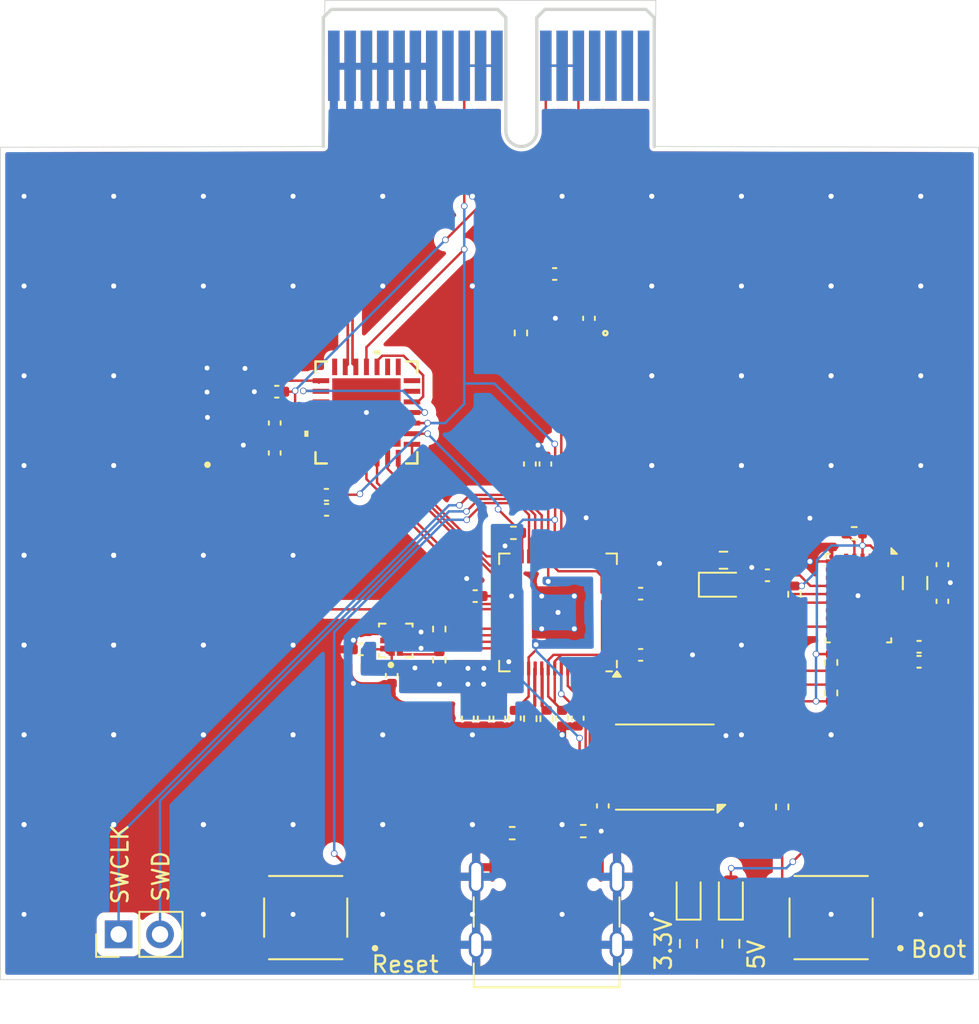
<source format=kicad_pcb>
(kicad_pcb (version 20241229) (generator "pcbnew") (generator_version "9.0")
  (layers (0 "F.Cu" signal) (2 "B.Cu" jumper) (13 "F.Paste" user) (15 "B.Paste" user) (5 "F.SilkS" user "F.Silkscreen") (7 "B.SilkS" user "B.Silkscreen") (1 "F.Mask" user) (3 "B.Mask" user) (25 "Edge.Cuts" user))
  (net 0 "")
  (net 1 "/XIN")
  (net 2 "GND")
  (net 3 "/XOUT_pre")
  (net 4 "+3.3V")
  (net 5 "Net-(U8-CAP)")
  (net 6 "Net-(U8-XOUT32)")
  (net 7 "Net-(U8-XIN32)")
  (net 8 "+5V")
  (net 9 "OSC1")
  (net 10 "OSC2")
  (net 11 "+1.1V")
  (net 12 "Net-(D1-K)")
  (net 13 "Net-(D2-K)")
  (net 14 "Net-(D88-K)")
  (net 15 "Net-(D88-A)")
  (net 16 "CANP")
  (net 18 "CANN")
  (net 29 "/SWCLK")
  (net 30 "/SWD")
  (net 32 "USB_D-")
  (net 35 "USB_D+")
  (net 38 "Net-(J6-CC1)")
  (net 39 "Net-(J6-CC2)")
  (net 41 "/XOUT")
  (net 42 "/QSPI_SS")
  (net 43 "/~{USB_BOOT_S}")
  (net 44 "BNORESET")
  (net 45 "BOOT_LOAD")
  (net 46 "CANRESET")
  (net 47 "/USB_D2+")
  (net 48 "/USB_D2-")
  (net 49 "SDA1")
  (net 50 "SCL1")
  (net 51 "SCL0")
  (net 52 "SDA0")
  (net 53 "/QSPI_SD2")
  (net 56 "SI")
  (net 57 "CANINT")
  (net 60 "BMPINT")
  (net 66 "/QSPI_SCLK")
  (net 69 "CANSTBY")
  (net 70 "/RUN")
  (net 71 "CS")
  (net 73 "/QSPI_SD0")
  (net 77 "SO")
  (net 78 "/QSPI_SD3")
  (net 79 "SCK")
  (net 80 "/QSPI_SD1")
  (net 81 "BNOINT")
  (net 91 "tx")
  (net 92 "rx")
  (footprint "Capacitor_SMD:C_0402_1005Metric" (layer "F.Cu") (at 136.375 114.395 -90)
    (property "Reference" "C95" (hide yes))
    (property "Value" "22p" (hide yes))
  )
  (footprint "ABS07-32.768KHZ-T:XTAL_ABS07-32.768KHZ-T" (layer "F.Cu") (at 175.65 124.2 90)
    (property "Reference" "Y1" (hide yes))
    (property "Value" "ABS07-32.768KHZ-T")
  )
  (footprint "LED_SMD:LED_0603_1608Metric" (layer "F.Cu") (at 161.76 143.3375 90)
    (property "Reference" "D1" (hide yes))
    (property "Value" "LED")
  )
  (footprint "Package_DFN_QFN:QFN-56-1EP_7x7mm_P0.4mm_EP3.2x3.2mm" (layer "F.Cu") (at 153.75 126 180)
    (property "Reference" "U2" (hide yes))
    (property "Value" "RP2040" (hide yes))
  )
  (footprint "Capacitor_SMD:C_0402_1005Metric" (layer "F.Cu") (at 177.325 123.07 -90)
    (property "Reference" "C86" (hide yes))
    (property "Value" "22p")
  )
  (footprint "Resistor_SMD:R_0402_1005Metric" (layer "F.Cu") (at 171.915 121.15)
    (property "Reference" "R87" (hide yes))
    (property "Value" "10k")
  )
  (footprint "Capacitor_SMD:C_0402_1005Metric" (layer "F.Cu") (at 152.025 116.905 90)
    (property "Reference" "C206" (hide yes))
    (property "Value" "100n" (hide yes))
  )
  (footprint "Connector_USB:USB_C_Receptacle_Palconn_UTC16-G" (layer "F.Cu") (at 153.05 144.125)
    (property "Reference" "J6" (hide yes))
    (property "Value" "USB_C_Receptacle_USB2.0_16P")
  )
  (footprint "X322516MLB4SI:OSC_X322516MLB4SI" (layer "F.Cu") (at 133.35 114.9 90)
    (property "Reference" "Y2" (hide yes))
    (property "Value" "X322516MLB4SI" (hide yes))
  )
  (footprint "Capacitor_SMD:C_0402_1005Metric" (layer "F.Cu") (at 139.555 119.715 180)
    (property "Reference" "C90" (hide yes))
    (property "Value" "100n" (hide yes))
  )
  (footprint "Capacitor_SMD:C_0402_1005Metric" (layer "F.Cu") (at 175.895 129.025 180)
    (property "Reference" "C82" (hide yes))
    (property "Value" "100n")
  )
  (footprint "Capacitor_SMD:C_0402_1005Metric" (layer "F.Cu") (at 153.544999 105.262133)
    (property "Reference" "C11" (hide yes))
    (property "Value" "15p" (hide yes))
  )
  (footprint "Capacitor_SMD:C_0402_1005Metric" (layer "F.Cu") (at 143.55 129.87 -90)
    (property "Reference" "C50" (hide yes))
    (property "Value" "100n" (hide yes))
  )
  (footprint "Resistor_SMD:R_0402_1005Metric" (layer "F.Cu") (at 170.5 129.065 90)
    (property "Reference" "R221" (hide yes))
    (property "Value" "4.7k")
  )
  (footprint "ABM8-272-T3:ABM8-272-T3_ABR" (layer "F.Cu") (at 153.549999 107.787133 180)
    (property "Reference" "X1" (hide yes))
    (property "Value" "ABM8-272-T3" (hide yes))
  )
  (footprint "Resistor_SMD:R_0402_1005Metric" (layer "F.Cu") (at 146.4675 127.0175 -90)
    (property "Reference" "R223" (hide yes))
    (property "Value" "4.7k" (hide yes))
  )
  (footprint "Resistor_SMD:R_0603_1608Metric" (layer "F.Cu") (at 161.75 146.3 -90)
    (property "Reference" "R1" (hide yes))
    (property "Value" "1.5k")
  )
  (footprint "Resistor_SMD:R_0402_1005Metric" (layer "F.Cu") (at 167.5 137.915 -90)
    (property "Reference" "R30" (hide yes))
    (property "Value" "1k")
  )
  (footprint "Resistor_SMD:R_0402_1005Metric" (layer "F.Cu") (at 170.5 130.935 90)
    (property "Reference" "R220" (hide yes))
    (property "Value" "4.7k")
  )
  (footprint "LED_SMD:LED_0603_1608Metric" (layer "F.Cu") (at 164.35 143.3375 90)
    (property "Reference" "D2" (hide yes))
    (property "Value" "LED")
  )
  (footprint "Capacitor_SMD:C_0402_1005Metric" (layer "F.Cu") (at 177.325 125.32 -90)
    (property "Reference" "C85" (hide yes))
    (property "Value" "22p")
  )
  (footprint "Package_SON:WSON-8-1EP_6x5mm_P1.27mm_EP3.4x4.3mm" (layer "F.Cu") (at 160.3 135.475 180)
    (property "Reference" "U4" (hide yes))
    (property "Value" "W25Q128JVP" (hide yes))
  )
  (footprint "Package_LGA:LGA-28_5.2x3.8mm_P0.5mm" (layer "F.Cu") (at 172.1775 125.125 -90)
    (property "Reference" "U8" (hide yes))
    (property "Value" "BNO055")
  )
  (footprint "Resistor_SMD:R_0402_1005Metric" (layer "F.Cu") (at 153.05 132.51 90)
    (property "Reference" "R203" (hide yes))
    (property "Value" "27")
  )
  (footprint "Capacitor_SMD:C_0402_1005Metric" (layer "F.Cu") (at 148.67 125 180)
    (property "Reference" "C213" (hide yes))
    (property "Value" "100n" (hide yes))
  )
  (footprint "Capacitor_SMD:C_0402_1005Metric" (layer "F.Cu") (at 136.375 116.23 90)
    (property "Reference" "C94" (hide yes))
    (property "Value" "22p" (hide yes))
  )
  (footprint "Resistor_SMD:R_0402_1005Metric" (layer "F.Cu") (at 150.94 139.525)
    (property "Reference" "R4" (hide yes))
    (property "Value" "5.1k")
  )
  (footprint "Capacitor_SMD:C_0402_1005Metric" (layer "F.Cu") (at 151.1 132.48 -90)
    (property "Reference" "C208" (hide yes))
    (property "Value" "1u")
  )
  (footprint "TS-1187A-B-A-B:SW_TS-1187A-B-A-B" (layer "F.Cu") (at 170.5 144.7 180)
    (property "Reference" "S1" (hide yes))
    (property "Value" "TS-1187A-B-A-B")
  )
  (footprint "Capacitor_SMD:C_0402_1005Metric" (layer "F.Cu") (at 154.96 132.48 -90)
    (property "Reference" "C207" (hide yes))
    (property "Value" "100n" (hide yes))
  )
  (footprint "MCP25625T_E_ML:QFN28_6X6MC_MCH" (layer "F.Cu") (at 142 113.75 180)
    (property "Reference" "U9" (hide yes))
    (property "Value" "MCP25625T-E/ML" (hide yes))
  )
  (footprint "Resistor_SMD:R_0402_1005Metric" (layer "F.Cu") (at 146.4675 128.9175 -90)
    (property "Reference" "R222" (hide yes))
    (property "Value" "4.7k" (hide yes))
  )
  (footprint "Capacitor_SMD:C_0402_1005Metric" (layer "F.Cu") (at 156.5 137.855 -90)
    (property "Reference" "C40" (hide yes))
    (property "Value" "100n")
  )
  (footprint "Resistor_SMD:R_0402_1005Metric" (layer "F.Cu") (at 152.05 132.51 90)
    (property "Reference" "R204" (hide yes))
    (property "Value" "27")
  )
  (footprint "Capacitor_SMD:C_0402_1005Metric" (layer "F.Cu") (at 136.5 112.475 180)
    (property "Reference" "C93" (hide yes))
    (property "Value" "100n" (hide yes))
  )
  (footprint "Capacitor_SMD:C_0402_1005Metric" (layer "F.Cu") (at 158.82 128.6)
    (property "Reference" "C209" (hide yes))
    (property "Value" "100n" (hide yes))
  )
  (footprint "Capacitor_SMD:C_0402_1005Metric" (layer "F.Cu") (at 148.22 132.48 -90)
    (property "Reference" "C216" (hide yes))
    (property "Value" "100n" (hide yes))
  )
  (footprint "Capacitor_SMD:C_0402_1005Metric" (layer "F.Cu") (at 158.82 124.85)
    (property "Reference" "C211" (hide yes))
    (property "Value" "100n" (hide yes))
  )
  (footprint "Capacitor_SMD:C_0402_1005Metric" (layer "F.Cu") (at 166.595 123.725)
    (property "Reference" "C84" (hide yes))
    (property "Value" "1u")
  )
  (footprint "Capacitor_SMD:C_0402_1005Metric" (layer "F.Cu") (at 154 132.48 -90)
    (property "Reference" "C212" (hide yes))
    (property "Value" "100n" (hide yes))
  )
  (footprint "Connector_PinHeader_2.54mm:PinHeader_1x02_P2.54mm_Vertical" (layer "F.Cu") (at 126.8 145.725 90)
    (property "Reference" "J4" (hide yes))
    (property "Value" "Conn_01x02")
  )
  (footprint "Resistor_SMD:R_0402_1005Metric" (layer "F.Cu") (at 168.25 124.89 90)
    (property "Reference" "R83" (hide yes))
    (property "Value" "10k")
  )
  (footprint "Capacitor_SMD:C_0402_1005Metric" (layer "F.Cu") (at 139.545 118.79 180)
    (property "Reference" "C92" (hide yes))
    (property "Value" "100n" (hide yes))
  )
  (footprint "BMP388:PQFN50P200X200X80-10N" (layer "F.Cu") (at 143.8 127.7175 90)
    (property "Reference" "U5" (hide yes))
    (property "Value" "BMP388" (hide yes))
  )
  (footprint "Resistor_SMD:R_0603_1608Metric" (layer "F.Cu") (at 164.35 146.3 -90)
    (property "Reference" "R2" (hide yes))
    (property "Value" "1.5k")
  )
  (footprint "Resistor_SMD:R_0603_1608Metric" (layer "F.Cu") (at 163.9 122.8)
    (property "Reference" "R89" (hide yes))
    (property "Value" "1.5k")
  )
  (footprint "Capacitor_SMD:C_0402_1005Metric" (layer "F.Cu") (at 175.895 128.105)
    (property "Reference" "C81" (hide yes))
    (property "Value" "100n")
  )
  (footprint "Resistor_SMD:R_0402_1005Metric" (layer "F.Cu") (at 151.015 121.125)
    (property "Reference" "R91" (hide yes))
    (property "Value" "10k" (hide yes))
  )
  (footprint "Capacitor_SMD:C_0402_1005Metric" (layer "F.Cu") (at 141.67 128.26 180)
    (property "Reference" "C51" (hide yes))
    (property "Value" "100n" (hide yes))
  )
  (footprint "Resistor_SMD:R_0402_1005Metric" (layer "F.Cu") (at 155.3 139.4)
    (property "Reference" "R3" (hide yes))
    (property "Value" "5.1k")
  )
  (footprint "Resistor_SMD:R_0402_1005Metric" (layer "F.Cu") (at 151.474999 108.877133 90)
    (property "Reference" "R12" (hide yes))
    (property "Value" "1k" (hide yes))
  )
  (footprint "LED_SMD:LED_0603_1608Metric" (layer "F.Cu") (at 163.875 124.3)
    (property "Reference" "D88" (hide yes))
    (property "Value" "LED")
  )
  (footprint "Capacitor_SMD:C_0402_1005Metric" (layer "F.Cu") (at 150.15 132.48 -90)
    (property "Reference" "C210" (hide yes))
    (property "Value" "1u")
  )
  (footprint "Capacitor_SMD:C_0402_1005Metric" (layer "F.Cu") (at 152.975 116.905 90)
    (property "Reference" "C214" (hide yes))
    (property "Value" "100n" (hide yes))
  )
  (footprint "TS-1187A-B-A-B:SW_TS-1187A-B-A-B" (layer "F.Cu") (at 138.275 144.7 180)
    (property "Reference" "S2" (hide yes))
    (property "Value" "TS-1187A-B-A-B")
  )
  (footprint "Capacitor_SMD:C_0402_1005Metric" (layer "F.Cu") (at 149.19 132.48 -90)
    (property "Reference" "C215" (hide yes))
    (property "Value" "100n" (hide yes))
  )
  (footprint "Capacitor_SMD:C_0402_1005Metric" (layer "F.Cu") (at 155.65 107.98 90)
    (property "Reference" "C10" (hide yes))
    (property "Value" "15p" (hide yes))
  )
  (footprint "Connector_PCBEdge:BUS_PCIexpress_x1" (layer "B.Cu") (at 140 92.5)
    (property "Reference" "J1" (hide yes))
    (property "Value" "Bus_PCI_Express_x1" (hide yes))
    (fp_line (start -0.65 -2.95) (end -0.15 -3.45) (stroke (width 0.2)) (layer "Edge.Cuts"))
    (fp_line (start -0.65 4.95) (end -0.65 -2.95) (stroke (width 0.2)) (layer "Edge.Cuts"))
    (fp_line (start -0.15 -3.45) (end 10.05 -3.45) (stroke (width 0.2)) (layer "Edge.Cuts"))
    (fp_line (start 10.55 -2.95) (end 10.05 -3.45) (stroke (width 0.2)) (layer "Edge.Cuts"))
    (fp_line (start 10.55 4) (end 10.55 -2.95) (stroke (width 0.2)) (layer "Edge.Cuts"))
    (fp_line (start 12.45 -2.95) (end 12.95 -3.45) (stroke (width 0.2)) (layer "Edge.Cuts"))
    (fp_line (start 12.45 4) (end 12.45 -2.95) (stroke (width 0.2)) (layer "Edge.Cuts"))
    (fp_line (start 12.95 -3.45) (end 19.15 -3.45) (stroke (width 0.2)) (layer "Edge.Cuts"))
    (fp_line (start 19.65 -2.95) (end 19.15 -3.45) (stroke (width 0.2)) (layer "Edge.Cuts"))
    (fp_line (start 19.65 4.95) (end 19.65 -2.95) (stroke (width 0.2)) (layer "Edge.Cuts"))
    (fp_arc (start 12.45 4) (mid 11.5 4.95) (end 10.55 4) (stroke (width 0.2)) (layer "Edge.Cuts"))
  )
  (gr_poly (pts (xy 139.45 88.5) (xy 159.75 88.5) (xy 159.65 97.45) (xy 179.55 97.5) (xy 179.55 148.5) (xy 119.55 148.5) (xy 119.55 97.5) (xy 139.35 97.45)) (stroke (width 0.05)) (fill no) (layer "Edge.Cuts"))
  (gr_text "Reset" (at 142.225 148.15 0) (layer "F.SilkS") (effects (font (size 1 1)) (justify left bottom)))
  (gr_text "SWD" (at 129.975 143.825 90) (layer "F.SilkS") (effects (font (size 1 1)) (justify left bottom)))
  (gr_text "SWCLK" (at 127.475 143.975 90) (layer "F.SilkS") (effects (font (size 1 1)) (justify left bottom)))
  (gr_text "5V" (at 166.5 147.975 90) (layer "F.SilkS") (effects (font (size 1 1)) (justify left bottom)))
  (gr_text "Boot" (at 175.3 147.225 0) (layer "F.SilkS") (effects (font (size 1 1)) (justify left bottom)))
  (gr_text "3.3V" (at 160.8 148.025 90) (layer "F.SilkS") (effects (font (size 1 1)) (justify left bottom)))
  (segment (start 155.65 108.46) (end 154.777133 108.46) (width 0.15) (layer "F.Cu") (net 1))
  (segment (start 154.35 122.5625) (end 154.35 108.887133) (width 0.15) (layer "F.Cu") (net 1))
  (segment (start 154.777133 108.46) (end 154.35 108.887133) (width 0.15) (layer "F.Cu") (net 1))
  (segment (start 154.024999 106.362132) (end 154.35 106.687133) (width 0.15) (layer "F.Cu") (net 2))
  (segment (start 154.75 120.925) (end 155.475 120.2) (width 0.15) (layer "F.Cu") (net 2))
  (segment (start 141.19 127.71) (end 141.2 127.7) (width 0.15) (layer "F.Cu") (net 2))
  (segment (start 171.4275 122.7375) (end 171.3125 122.7375) (width 0.15) (layer "F.Cu") (net 2))
  (segment (start 172.9275 122.7375) (end 172.9275 124.1975) (width 0.15) (layer "F.Cu") (net 2))
  (segment (start 172.4275 127.5125) (end 171.4275 127.5125) (width 0.15) (layer "F.Cu") (net 2))
  (segment (start 132.25 114.05) (end 132.75 114.05) (width 0.15) (layer "F.Cu") (net 2))
  (segment (start 154.75 122.5625) (end 154.75 120.925) (width 0.15) (layer "F.Cu") (net 2))
  (segment (start 154.35 106.687133) (end 155.162867 107.5) (width 0.15) (layer "F.Cu") (net 2))
  (segment (start 154.35 106.687133) (end 154.35 107.287131) (width 0.15) (layer "F.Cu") (net 2))
  (segment (start 171.9275 127.5125) (end 171.9275 125.1975) (width 0.15) (layer "F.Cu") (net 2))
  (segment (start 148.19 123.965) (end 148.15 123.925) (width 0.15) (layer "F.Cu") (net 2))
  (segment (start 170.515 127.375) (end 171.29 127.375) (width 0.15) (layer "F.Cu") (net 2))
  (segment (start 159.3 124.85) (end 159.3 123.675) (width 0.15) (layer "F.Cu") (net 2))
  (segment (start 152.525 116.34) (end 152.525 115.75) (width 0.15) (layer "F.Cu") (net 2))
  (segment (start 152.525 116.34) (end 152.025 116.34) (width 0.15) (layer "F.Cu") (net 2))
  (segment (start 153.75 126) (end 152.75 127) (width 0.15) (layer "F.Cu") (net 2))
  (segment (start 164.03 133.57) (end 164.05 133.55) (width 0.15) (layer "F.Cu") (net 2))
  (segment (start 152.749998 108.887133) (end 152.749998 108.812869) (width 0.15) (layer "F.Cu") (net 2))
  (segment (start 145.326 128.2175) (end 145.35 128.1935) (width 0.15) (layer "F.Cu") (net 2))
  (segment (start 139.075 119.715) (end 139.075 118.8) (width 0.15) (layer "F.Cu") (net 2))
  (segment (start 141.19 128.26) (end 141.19 127.71) (width 0.15) (layer "F.Cu") (net 2))
  (segment (start 136.02 112.475) (end 135.125 112.475) (width 0.15) (layer "F.Cu") (net 2))
  (segment (start 172.25 124.875) (end 172.15 124.975) (width 0.15) (layer "F.Cu") (net 2))
  (segment (start 154.35 106.687133) (end 154.35 107.212867) (width 0.15) (layer "F.Cu") (net 2))
  (segment (start 136.375 114.875) (end 136.375 115.75) (width 0.15) (layer "F.Cu") (net 2))
  (segment (start 163 133.57) (end 164.03 133.57) (width 0.15) (layer "F.Cu") (net 2))
  (segment (start 143 92.5) (end 146 92.5) (width 0.15) (layer "F.Cu") (net 2))
  (segment (start 144.565 128.2175) (end 144.459888 128.2175) (width 0.15) (layer "F.Cu") (net 2))
  (segment (start 145.3325 127.2175) (end 145.35 127.2) (width 0.15) (layer "F.Cu") (net 2))
  (segment (start 171.9275 125.1975) (end 172.15 124.975) (width 0.15) (layer "F.Cu") (net 2))
  (segment (start 143.035 127.7175) (end 143.035 127.2175) (width 0.15) (layer "F.Cu") (net 2))
  (segment (start 154.024999 105.262133) (end 154.024999 106.362132) (width 0.15) (layer "F.Cu") (net 2))
  (segment (start 170.515 122.875) (end 169.2 122.875) (width 0.15) (layer "F.Cu") (net 2))
  (segment (start 136.375 115.75) (end 134.45 115.75) (width 0.15) (layer "F.Cu") (net 2))
  (segment (start 173.84 124.875) (end 172.25 124.875) (width 0.15) (layer "F.Cu") (net 2))
  (segment (start 171.4275 122.7375) (end 171.4275 124.2525) (width 0.15) (layer "F.Cu") (net 2))
  (segment (start 132.25 111.05) (end 132.225 111.025) (width 0.15) (layer "F.Cu") (net 2))
  (segment (start 140.049999 116.544) (end 140.049999 115.700001) (width 0.15) (layer "F.Cu") (net 2))
  (segment (start 144.565 127.2175) (end 145.3325 127.2175) (width 0.15) (layer "F.Cu") (net 2))
  (segment (start 144.565 127.2175) (end 144.459888 127.2175) (width 0.15) (layer "F.Cu") (net 2))
  (segment (start 139.075 118.8) (end 139.065 118.79) (width 0.15) (layer "F.Cu") (net 2))
  (segment (start 148.19 125) (end 148.19 123.965) (width 0.15) (layer "F.Cu") (net 2))
  (segment (start 171.4275 124.2525) (end 172.15 124.975) (width 0.15) (layer "F.Cu") (net 2))
  (segment (start 170.515 122.875) (end 171.175 122.875) (width 0.15) (layer "F.Cu") (net 2))
  (segment (start 159.3 128.6) (end 162 128.6) (width 0.15) (layer "F.Cu") (net 2))
  (segment (start 152.749998 108.812869) (end 153.587866 107.975001) (width 0.15) (layer "F.Cu") (net 2))
  (segment (start 144.565 128.2175) (end 145.326 128.2175) (width 0.15) (layer "F.Cu") (net 2))
  (segment (start 143.55 130.35) (end 141.2 130.35) (width 0.15) (layer "F.Cu") (net 2))
  (segment (start 139.206 113.75) (end 142 113.75) (width 0.15) (layer "F.Cu") (net 2))
  (segment (start 171.29 127.375) (end 171.4275 127.5125) (width 0.15) (layer "F.Cu") (net 2))
  (segment (start 159.3 123.675) (end 159.975 123) (width 0.15) (layer "F.Cu") (net 2))
  (segment (start 154.35 107.212867) (end 153.587866 107.975001) (width 0.15) (layer "F.Cu") (net 2))
  (segment (start 155.162867 107.5) (end 155.65 107.5) (width 0.15) (layer "F.Cu") (net 2))
  (segment (start 155.81 139.4) (end 156.4 139.4) (width 0.15) (layer "F.Cu") (net 2))
  (segment (start 171.3125 122.7375) (end 171.175 122.875) (width 0.15) (layer "F.Cu") (net 2))
  (segment (start 152.95 116.34) (end 152.525 116.34) (width 0.15) (layer "F.Cu") (net 2))
  (segment (start 172.9275 124.1975) (end 172.15 124.975) (width 0.15) (layer "F.Cu") (net 2))
  (segment (start 140.049999 115.700001) (end 142 113.75) (width 0.15) (layer "F.Cu") (net 2))
  (via (at 132 133.5) (size 0.4) (drill 0.3) (layers "F.Cu" "B.Cu") (net 2))
  (via (at 121 128) (size 0.4) (drill 0.3) (layers "F.Cu" "B.Cu") (net 2))
  (via (at 170.5 106) (size 0.4) (drill 0.3) (layers "F.Cu" "B.Cu") (net 2))
  (via (at 126.5 128) (size 0.4) (drill 0.3) (layers "F.Cu" "B.Cu") (net 2))
  (via (at 165 111.5) (size 0.4) (drill 0.3) (layers "F.Cu" "B.Cu") (net 2))
  (via (at 165 117) (size 0.4) (drill 0.3) (layers "F.Cu" "B.Cu") (net 2))
  (via (at 135.125 112.475) (size 0.4) (drill 0.3) (layers "F.Cu" "B.Cu") (net 2))
  (via (at 159.5 117) (size 0.4) (drill 0.3) (layers "F.Cu" "B.Cu") (net 2))
  (via (at 137.5 100.5) (size 0.4) (drill 0.3) (layers "F.Cu" "B.Cu") (net 2))
  (via (at 154 139) (size 0.4) (drill 0.3) (layers "F.Cu" "B.Cu") (net 2))
  (via (at 159.975 123) (size 0.4) (drill 0.3) (layers "F.Cu" "B.Cu") (net 2))
  (via (at 143 106) (size 0.4) (drill 0.3) (layers "F.Cu" "B.Cu") (net 2))
  (via (at 159.5 111.5) (size 0.4) (drill 0.3) (layers "F.Cu" "B.Cu") (net 2))
  (via (at 165 117) (size 0.4) (drill 0.3) (layers "F.Cu" "B.Cu") (net 2))
  (via (at 159.5 117) (size 0.4) (drill 0.3) (layers "F.Cu" "B.Cu") (net 2))
  (via (at 132 122.5) (size 0.4) (drill 0.3) (layers "F.Cu" "B.Cu") (net 2))
  (via (at 164.05 133.55) (size 0.4) (drill 0.3) (layers "F.Cu" "B.Cu") (net 2))
  (via (at 143 133.5) (size 0.4) (drill 0.3) (layers "F.Cu" "B.Cu") (net 2))
  (via (at 165 100.5) (size 0.4) (drill 0.3) (layers "F.Cu" "B.Cu") (net 2))
  (via (at 159.5 100.5) (size 0.4) (drill 0.3) (layers "F.Cu" "B.Cu") (net 2))
  (via (at 148.5 139) (size 0.4) (drill 0.3) (layers "F.Cu" "B.Cu") (net 2))
  (via (at 143 106) (size 0.4) (drill 0.3) (layers "F.Cu" "B.Cu") (net 2))
  (via (at 132 122.5) (size 0.4) (drill 0.3) (layers "F.Cu" "B.Cu") (net 2))
  (via (at 121 133.5) (size 0.4) (drill 0.3) (layers "F.Cu" "B.Cu") (net 2))
  (via (at 159.5 100.5) (size 0.4) (drill 0.3) (layers "F.Cu" "B.Cu") (net 2))
  (via (at 148.5 133.5) (size 0.4) (drill 0.3) (layers "F.Cu" "B.Cu") (net 2))
  (via (at 176 111.5) (size 0.4) (drill 0.3) (layers "F.Cu" "B.Cu") (net 2))
  (via (at 121 122.5) (size 0.4) (drill 0.3) (layers "F.Cu" "B.Cu") (net 2))
  (via (at 121 128) (size 0.4) (drill 0.3) (layers "F.Cu" "B.Cu") (net 2))
  (via (at 165 117) (size 0.4) (drill 0.3) (layers "F.Cu" "B.Cu") (net 2))
  (via (at 165 139) (size 0.4) (drill 0.3) (layers "F.Cu" "B.Cu") (net 2))
  (via (at 170.5 144.5) (size 0.4) (drill 0.3) (layers "F.Cu" "B.Cu") (net 2))
  (via (at 132 139) (size 0.4) (drill 0.3) (layers "F.Cu" "B.Cu") (net 2))
  (via (at 137.5 133.5) (size 0.4) (drill 0.3) (layers "F.Cu" "B.Cu") (net 2))
  (via (at 143 100.5) (size 0.4) (drill 0.3) (layers "F.Cu" "B.Cu") (net 2))
  (via (at 126.5 128) (size 0.4) (drill 0.3) (layers "F.Cu" "B.Cu") (net 2))
  (via (at 170.5 111.5) (size 0.4) (drill 0.3) (layers "F.Cu" "B.Cu") (net 2))
  (via (at 126.5 139) (size 0.4) (drill 0.3) (layers "F.Cu" "B.Cu") (net 2))
  (via (at 121 117) (size 0.4) (drill 0.3) (layers "F.Cu" "B.Cu") (net 2))
  (via (at 121 106) (size 0.4) (drill 0.3) (layers "F.Cu" "B.Cu") (net 2))
  (via (at 143 139) (size 0.4) (drill 0.3) (layers "F.Cu" "B.Cu") (net 2))
  (via (at 134.45 115.75) (size 0.4) (drill 0.3) (layers "F.Cu" "B.Cu") (net 2))
  (via (at 126.5 139) (size 0.4) (drill 0.3) (layers "F.Cu" "B.Cu") (net 2))
  (via (at 165 111.5) (size 0.4) (drill 0.3) (layers "F.Cu" "B.Cu") (net 2))
  (via (at 132 128) (size 0.4) (drill 0.3) (layers "F.Cu" "B.Cu") (net 2))
  (via (at 132 139) (size 0.4) (drill 0.3) (layers "F.Cu" "B.Cu") (net 2))
  (via (at 126.5 100.5) (size 0.4) (drill 0.3) (layers "F.Cu" "B.Cu") (net 2))
  (via (at 176 106) (size 0.4) (drill 0.3) (layers "F.Cu" "B.Cu") (net 2))
  (via (at 126.5 106) (size 0.4) (drill 0.3) (layers "F.Cu" "B.Cu") (net 2))
  (via (at 126.5 128) (size 0.4) (drill 0.3) (layers "F.Cu" "B.Cu") (net 2))
  (via (at 154.75 127) (size 0.4) (drill 0.3) (layers "F.Cu" "B.Cu") (net 2))
  (via (at 121 133.5) (size 0.4) (drill 0.3) (layers "F.Cu" "B.Cu") (net 2))
  (via (at 121 111.5) (size 0.4) (drill 0.3) (layers "F.Cu" "B.Cu") (net 2))
  (via (at 170.5 144.5) (size 0.4) (drill 0.3) (layers "F.Cu" "B.Cu") (net 2))
  (via (at 165 133.5) (size 0.4) (drill 0.3) (layers "F.Cu" "B.Cu") (net 2))
  (via (at 121 133.5) (size 0.4) (drill 0.3) (layers "F.Cu" "B.Cu") (net 2))
  (via (at 132.25 114.05) (size 0.4) (drill 0.3) (layers "F.Cu" "B.Cu") (net 2))
  (via (at 143 133.5) (size 0.4) (drill 0.3) (layers "F.Cu" "B.Cu") (net 2))
  (via (at 165.6325 123.2425) (size 0.4) (drill 0.3) (layers "F.Cu" "B.Cu") (net 2))
  (via (at 126.5 111.5) (size 0.4) (drill 0.3) (layers "F.Cu" "B.Cu") (net 2))
  (via (at 176 117) (size 0.4) (drill 0.3) (layers "F.Cu" "B.Cu") (net 2))
  (via (at 121 111.5) (size 0.4) (drill 0.3) (layers "F.Cu" "B.Cu") (net 2))
  (via (at 154 100.5) (size 0.4) (drill 0.3) (layers "F.Cu" "B.Cu") (net 2))
  (via (at 126.5 133.5) (size 0.4) (drill 0.3) (layers "F.Cu" "B.Cu") (net 2))
  (via (at 126.5 128) (size 0.4) (drill 0.3) (layers "F.Cu" "B.Cu") (net 2))
  (via (at 143 100.5) (size 0.4) (drill 0.3) (layers "F.Cu" "B.Cu") (net 2))
  (via (at 141.2 130.35) (size 0.4) (drill 0.3) (layers "F.Cu" "B.Cu") (net 2))
  (via (at 165 139) (size 0.4) (drill 0.3) (layers "F.Cu" "B.Cu") (net 2))
  (via (at 121 144.5) (size 0.4) (drill 0.3) (layers "F.Cu" "B.Cu") (net 2))
  (via (at 121 128) (size 0.4) (drill 0.3) (layers "F.Cu" "B.Cu") (net 2))
  (via (at 137.5 139) (size 0.4) (drill 0.3) (layers "F.Cu" "B.Cu") (net 2))
  (via (at 132 139) (size 0.4) (drill 0.3) (layers "F.Cu" "B.Cu") (net 2))
  (via (at 170.5 106) (size 0.4) (drill 0.3) (layers "F.Cu" "B.Cu") (net 2))
  (via (at 153.75 126) (size 0.4) (drill 0.3) (layers "F.Cu" "B.Cu") (net 2))
  (via (at 141.2 127.7) (size 0.4) (drill 0.3) (layers "F.Cu" "B.Cu") (net 2))
  (via (at 126.5 122.5) (size 0.4) (drill 0.3) (layers "F.Cu" "B.Cu") (net 2))
  (via (at 132 100.5) (size 0.4) (drill 0.3) (layers "F.Cu" "B.Cu") (net 2))
  (via (at 170.5 111.5) (size 0.4) (drill 0.3) (layers "F.Cu" "B.Cu") (net 2))
  (via (at 159.5 111.5) (size 0.4) (drill 0.3) (layers "F.Cu" "B.Cu") (net 2))
  (via (at 176 139) (size 0.4) (drill 0.3) (layers "F.Cu" "B.Cu") (net 2))
  (via (at 121 122.5) (size 0.4) (drill 0.3) (layers "F.Cu" "B.Cu") (net 2))
  (via (at 148.5 100.5) (size 0.4) (drill 0.3) (layers "F.Cu" "B.Cu") (net 2))
  (via (at 169.2 122.875) (size 0.4) (drill 0.3) (layers "F.Cu" "B.Cu") (net 2))
  (via (at 126.5 128) (size 0.4) (drill 0.3) (layers "F.Cu" "B.Cu") (net 2))
  (via (at 148.15 123.925) (size 0.4) (drill 0.3) (layers "F.Cu" "B.Cu") (net 2))
  (via (at 132.225 111.025) (size 0.4) (drill 0.3) (layers "F.Cu" "B.Cu") (net 2))
  (via (at 137.5 106) (size 0.4) (drill 0.3) (layers "F.Cu" "B.Cu") (net 2))
  (via (at 132 139) (size 0.4) (drill 0.3) (layers "F.Cu" "B.Cu") (net 2))
  (via (at 148.5 139) (size 0.4) (drill 0.3) (layers "F.Cu" "B.Cu") (net 2))
  (via (at 170.5 117) (size 0.4) (drill 0.3) (layers "F.Cu" "B.Cu") (net 2))
  (via (at 126.5 106) (size 0.4) (drill 0.3) (layers "F.Cu" "B.Cu") (net 2))
  (via (at 165 128) (size 0.4) (drill 0.3) (layers "F.Cu" "B.Cu") (net 2))
  (via (at 154 139) (size 0.4) (drill 0.3) (layers "F.Cu" "B.Cu") (net 2))
  (via (at 121 139) (size 0.4) (drill 0.3) (layers "F.Cu" "B.Cu") (net 2))
  (via (at 132 100.5) (size 0.4) (drill 0.3) (layers "F.Cu" "B.Cu") (net 2))
  (via (at 176 100.5) (size 0.4) (drill 0.3) (layers "F.Cu" "B.Cu") (net 2))
  (via (at 176 100.5) (size 0.4) (drill 0.3) (layers "F.Cu" "B.Cu") (net 2))
  (via (at 176 111.5) (size 0.4) (drill 0.3) (layers "F.Cu" "B.Cu") (net 2))
  (via (at 165 111.5) (size 0.4) (drill 0.3) (layers "F.Cu" "B.Cu") (net 2))
  (via (at 152.75 127) (size 0.4) (drill 0.3) (layers "F.Cu" "B.Cu") (net 2))
  (via (at 132 133.5) (size 0.4) (drill 0.3) (layers "F.Cu" "B.Cu") (net 2))
  (via (at 121 128) (size 0.4) (drill 0.3) (layers "F.Cu" "B.Cu") (net 2))
  (via (at 165 100.5) (size 0.4) (drill 0.3) (layers "F.Cu" "B.Cu") (net 2))
  (via (at 154 144.5) (size 0.4) (drill 0.3) (layers "F.Cu" "B.Cu") (net 2))
  (via (at 154.75 125) (size 0.4) (drill 0.3) (layers "F.Cu" "B.Cu") (net 2))
  (via (at 126.5 139) (size 0.4) (drill 0.3) (layers "F.Cu" "B.Cu") (net 2))
  (via (at 148.5 100.5) (size 0.4) (drill 0.3) (layers "F.Cu" "B.Cu") (net 2))
  (via (at 126.5 122.5) (size 0.4) (drill 0.3) (layers "F.Cu" "B.Cu") (net 2))
  (via (at 156.4 139.4) (size 0.4) (drill 0.3) (layers "F.Cu" "B.Cu") (net 2))
  (via (at 148.5 139) (size 0.4) (drill 0.3) (layers "F.Cu" "B.Cu") (net 2))
  (via (at 126.5 128) (size 0.4) (drill 0.3) (layers "F.Cu" "B.Cu") (net 2))
  (via (at 165 133.5) (size 0.4) (drill 0.3) (layers "F.Cu" "B.Cu") (net 2))
  (via (at 126.5 128) (size 0.4) (drill 0.3) (layers "F.Cu" "B.Cu") (net 2))
  (via (at 121 133.5) (size 0.4) (drill 0.3) (layers "F.Cu" "B.Cu") (net 2))
  (via (at 132 139) (size 0.4) (drill 0.3) (layers "F.Cu" "B.Cu") (net 2))
  (via (at 126.5 122.5) (size 0.4) (drill 0.3) (layers "F.Cu" "B.Cu") (net 2))
  (via (at 170.5 133.5) (size 0.4) (drill 0.3) (layers "F.Cu" "B.Cu") (net 2))
  (via (at 121 100.5) (size 0.4) (drill 0.3) (layers "F.Cu" "B.Cu") (net 2))
  (via (at 126.5 106) (size 0.4) (drill 0.3) (layers "F.Cu" "B.Cu") (net 2))
  (via (at 132 128) (size 0.4) (drill 0.3) (layers "F.Cu" "B.Cu") (net 2))
  (via (at 132 139) (size 0.4) (drill 0.3) (layers "F.Cu" "B.Cu") (net 2))
  (via (at 169.2 120.225) (size 0.4) (drill 0.3) (layers "F.Cu" "B.Cu") (net 2))
  (via (at 132.225 112.5) (size 0.4) (drill 0.3) (layers "F.Cu" "B.Cu") (net 2))
  (via (at 132 133.5) (size 0.4) (drill 0.3) (layers "F.Cu" "B.Cu") (net 2))
  (via (at 121 133.5) (size 0.4) (drill 0.3) (layers "F.Cu" "B.Cu") (net 2))
  (via (at 126.5 122.5) (size 0.4) (drill 0.3) (layers "F.Cu" "B.Cu") (net 2))
  (via (at 126.5 133.5) (size 0.4) (drill 0.3) (layers "F.Cu" "B.Cu") (net 2))
  (via (at 126.5 133.5) (size 0.4) (drill 0.3) (layers "F.Cu" "B.Cu") (net 2))
  (via (at 121 128) (size 0.4) (drill 0.3) (layers "F.Cu" "B.Cu") (net 2))
  (via (at 137.5 128) (size 0.4) (drill 0.3) (layers "F.Cu" "B.Cu") (net 2))
  (via (at 159.5 144.5) (size 0.4) (drill 0.3) (layers "F.Cu" "B.Cu") (net 2))
  (via (at 137.5 122.5) (size 0.4) (drill 0.3) (layers "F.Cu" "B.Cu") (net 2))
  (via (at 126.5 139) (size 0.4) (drill 0.3) (layers "F.Cu" "B.Cu") (net 2))
  (via (at 121 128) (size 0.4) (drill 0.3) (layers "F.Cu" "B.Cu") (net 2))
  (via (at 159.5 106) (size 0.4) (drill 0.3) (layers "F.Cu" "B.Cu") (net 2))
  (via (at 176 106) (size 0.4) (drill 0.3) (layers "F.Cu" "B.Cu") (net 2))
  (via (at 170.5 106) (size 0.4) (drill 0.3) (layers "F.Cu" "B.Cu") (net 2))
  (via (at 170.5 133.5) (size 0.4) (drill 0.3) (layers "F.Cu" "B.Cu") (net 2))
  (via (at 143 139) (size 0.4) (drill 0.3) (layers "F.Cu" "B.Cu") (net 2))
  (via (at 126.5 133.5) (size 0.4) (drill 0.3) (layers "F.Cu" "B.Cu") (net 2))
  (via (at 176 100.5) (size 0.4) (drill 0.3) (layers "F.Cu" "B.Cu") (net 2))
  (via (at 121 128) (size 0.4) (drill 0.3) (layers "F.Cu" "B.Cu") (net 2))
  (via (at 121 139) (size 0.4) (drill 0.3) (layers "F.Cu" "B.Cu") (net 2))
  (via (at 132 139) (size 0.4) (drill 0.3) (layers "F.Cu" "B.Cu") (net 2))
  (via (at 159.5 100.5) (size 0.4) (drill 0.3) (layers "F.Cu" "B.Cu") (net 2))
  (via (at 126.5 133.5) (size 0.4) (drill 0.3) (layers "F.Cu" "B.Cu") (net 2))
  (via (at 143 133.5) (size 0.4) (drill 0.3) (layers "F.Cu" "B.Cu") (net 2))
  (via (at 170.5 111.5) (size 0.4) (drill 0.3) (layers "F.Cu" "B.Cu") (net 2))
  (via (at 126.5 139) (size 0.4) (drill 0.3) (layers "F.Cu" "B.Cu") (net 2))
  (via (at 126.5 128) (size 0.4) (drill 0.3) (layers "F.Cu" "B.Cu") (net 2))
  (via (at 165 106) (size 0.4) (drill 0.3) (layers "F.Cu" "B.Cu") (net 2))
  (via (at 165 139) (size 0.4) (drill 0.3) (layers "F.Cu" "B.Cu") (net 2))
  (via (at 143 144.5) (size 0.4) (drill 0.3) (layers "F.Cu" "B.Cu") (net 2))
  (via (at 126.5 133.5) (size 0.4) (drill 0.3) (layers "F.Cu" "B.Cu") (net 2))
  (via (at 132 106) (size 0.4) (drill 0.3) (layers "F.Cu" "B.Cu") (net 2))
  (via (at 137.5 139) (size 0.4) (drill 0.3) (layers "F.Cu" "B.Cu") (net 2))
  (via (at 170.5 133.5) (size 0.4) (drill 0.3) (layers "F.Cu" "B.Cu") (net 2))
  (via (at 165 100.5) (size 0.4) (drill 0.3) (layers "F.Cu" "B.Cu") (net 2))
  (via (at 143 139) (size 0.4) (drill 0.3) (layers "F.Cu" "B.Cu") (net 2))
  (via (at 165 139) (size 0.4) (drill 0.3) (layers "F.Cu" "B.Cu") (net 2))
  (via (at 154 133.5) (size 0.4) (drill 0.3) (layers "F.Cu" "B.Cu") (net 2))
  (via (at 126.5 111.5) (size 0.4) (drill 0.3) (layers "F.Cu" "B.Cu") (net 2))
  (via (at 145.35 127.2) (size 0.4) (drill 0.3) (layers "F.Cu" "B.Cu") (net 2))
  (via (at 126.5 122.5) (size 0.4) (drill 0.3) (layers "F.Cu" "B.Cu") (net 2))
  (via (at 137.5 133.5) (size 0.4) (drill 0.3) (layers "F.Cu" "B.Cu") (net 2))
  (via (at 143 100.5) (size 0.4) (drill 0.3) (layers "F.Cu" "B.Cu") (net 2))
  (via (at 121 133.5) (size 0.4) (drill 0.3) (layers "F.Cu" "B.Cu") (net 2))
  (via (at 170.5 133.5) (size 0.4) (drill 0.3) (layers "F.Cu" "B.Cu") (net 2))
  (via (at 132 106) (size 0.4) (drill 0.3) (layers "F.Cu" "B.Cu") (net 2))
  (via (at 165 139) (size 0.4) (drill 0.3) (layers "F.Cu" "B.Cu") (net 2))
  (via (at 137.5 128) (size 0.4) (drill 0.3) (layers "F.Cu" "B.Cu") (net 2))
  (via (at 121 122.5) (size 0.4) (drill 0.3) (layers "F.Cu" "B.Cu") (net 2))
  (via (at 137.5 139) (size 0.4) (drill 0.3) (layers "F.Cu" "B.Cu") (net 2))
  (via (at 137.5 133.5) (size 0.4) (drill 0.3) (layers "F.Cu" "B.Cu") (net 2))
  (via (at 142 113.75) (size 0.4) (drill 0.3) (layers "F.Cu" "B.Cu") (net 2))
  (via (at 170.5 117) (size 0.4) (drill 0.3) (layers "F.Cu" "B.Cu") (net 2))
  (via (at 154 133.5) (size 0.4) (drill 0.3) (layers "F.Cu" "B.Cu") (net 2))
  (via (at 145.35 128.1935) (size 0.4) (drill 0.3) (layers "F.Cu" "B.Cu") (net 2))
  (via (at 170.5 111.5) (size 0.4) (drill 0.3) (layers "F.Cu" "B.Cu") (net 2))
  (via (at 132 144.5) (size 0.4) (drill 0.3) (layers "F.Cu" "B.Cu") (net 2))
  (via (at 121 139) (size 0.4) (drill 0.3) (layers "F.Cu" "B.Cu") (net 2))
  (via (at 121 139) (size 0.4) (drill 0.3) (layers "F.Cu" "B.Cu") (net 2))
  (via (at 170.5 100.5) (size 0.4) (drill 0.3) (layers "F.Cu" "B.Cu") (net 2))
  (via (at 148.5 139) (size 0.4) (drill 0.3) (layers "F.Cu" "B.Cu") (net 2))
  (via (at 126.5 139) (size 0.4) (drill 0.3) (layers "F.Cu" "B.Cu") (net 2))
  (via (at 148.5 106) (size 0.4) (drill 0.3) (layers "F.Cu" "B.Cu") (net 2))
  (via (at 148.5 144.5) (size 0.4) (drill 0.3) (layers "F.Cu" "B.Cu") (net 2))
  (via (at 176 144.5) (size 0.4) (drill 0.3) (layers "F.Cu" "B.Cu") (net 2))
  (via (at 170.5 100.5) (size 0.4) (drill 0.3) (layers "F.Cu" "B.Cu") (net 2))
  (via (at 132 144.5) (size 0.4) (drill 0.3) (layers "F.Cu" "B.Cu") (net 2))
  (via (at 126.5 117) (size 0.4) (drill 0.3) (layers "F.Cu" "B.Cu") (net 2))
  (via (at 170.5 100.5) (size 0.4) (drill 0.3) (layers "F.Cu" "B.Cu") (net 2))
  (via (at 121 117) (size 0.4) (drill 0.3) (layers "F.Cu" "B.Cu") (net 2))
  (via (at 152.75 125) (size 0.4) (drill 0.3) (layers "F.Cu" "B.Cu") (net 2))
  (via (at 132 139) (size 0.4) (drill 0.3) (layers "F.Cu" "B.Cu") (net 2))
  (via (at 126.5 122.5) (size 0.4) (drill 0.3) (layers "F.Cu" "B.Cu") (net 2))
  (via (at 154 100.5) (size 0.4) (drill 0.3) (layers "F.Cu" "B.Cu") (net 2))
  (via (at 132 128) (size 0.4) (drill 0.3) (layers "F.Cu" "B.Cu") (net 2))
  (via (at 126.5 139) (size 0.4) (drill 0.3) (layers "F.Cu" "B.Cu") (net 2))
  (via (at 134.55 111.05) (size 0.4) (drill 0.3) (layers "F.Cu" "B.Cu") (net 2))
  (via (at 165 106) (size 0.4) (drill 0.3) (layers "F.Cu" "B.Cu") (net 2))
  (via (at 126.5 128) (size 0.4) (drill 0.3) (layers "F.Cu" "B.Cu") (net 2))
  (via (at 121 106) (size 0.4) (drill 0.3) (layers "F.Cu" "B.Cu") (net 2))
  (via (at 121 122.5) (size 0.4) (drill 0.3) (layers "F.Cu" "B.Cu") (net 2))
  (via (at 159.5 144.5) (size 0.4) (drill 0.3) (layers "F.Cu" "B.Cu") (net 2))
  (via (at 126.5 100.5) (size 0.4) (drill 0.3) (layers "F.Cu" "B.Cu") (net 2))
  (via (at 154 139) (size 0.4) (drill 0.3) (layers "F.Cu" "B.Cu") (net 2))
  (via (at 126.5 133.5) (size 0.4) (drill 0.3) (layers "F.Cu" "B.Cu") (net 2))
  (via (at 154 139) (size 0.4) (drill 0.3) (layers "F.Cu" "B.Cu") (net 2))
  (via (at 126.5 133.5) (size 0.4) (drill 0.3) (layers "F.Cu" "B.Cu") (net 2))
  (via (at 154 133.5) (size 0.4) (drill 0.3) (layers "F.Cu" "B.Cu") (net 2))
  (via (at 126.5 122.5) (size 0.4) (drill 0.3) (layers "F.Cu" "B.Cu") (net 2))
  (via (at 155.475 120.2) (size 0.4) (drill 0.3) (layers "F.Cu" "B.Cu") (net 2))
  (via (at 121 122.5) (size 0.4) (drill 0.3) (layers "F.Cu" "B.Cu") (net 2))
  (via (at 148.5 144.5) (size 0.4) (drill 0.3) (layers "F.Cu" "B.Cu") (net 2))
  (via (at 170.5 106) (size 0.4) (drill 0.3) (layers "F.Cu" "B.Cu") (net 2))
  (via (at 159.5 111.5) (size 0.4) (drill 0.3) (layers "F.Cu" "B.Cu") (net 2))
  (via (at 170.5 100.5) (size 0.4) (drill 0.3) (layers "F.Cu" "B.Cu") (net 2))
  (via (at 137.5 144.5) (size 0.4) (drill 0.3) (layers "F.Cu" "B.Cu") (net 2))
  (via (at 137.5 133.5) (size 0.4) (drill 0.3) (layers "F.Cu" "B.Cu") (net 2))
  (via (at 154 144.5) (size 0.4) (drill 0.3) (layers "F.Cu" "B.Cu") (net 2))
  (via (at 148.5 133.5) (size 0.4) (drill 0.3) (layers "F.Cu" "B.Cu") (net 2))
  (via (at 137.5 100.5) (size 0.4) (drill 0.3) (layers "F.Cu" "B.Cu") (net 2))
  (via (at 176 139) (size 0.4) (drill 0.3) (layers "F.Cu" "B.Cu") (net 2))
  (via (at 165 117) (size 0.4) (drill 0.3) (layers "F.Cu" "B.Cu") (net 2))
  (via (at 126.5 117) (size 0.4) (drill 0.3) (layers "F.Cu" "B.Cu") (net 2))
  (via (at 132 128) (size 0.4) (drill 0.3) (layers "F.Cu" "B.Cu") (net 2))
  (via (at 176 106) (size 0.4) (drill 0.3) (layers "F.Cu" "B.Cu") (net 2))
  (via (at 126.5 139) (size 0.4) (drill 0.3) (layers "F.Cu" "B.Cu") (net 2))
  (via (at 126.5 117) (size 0.4) (drill 0.3) (layers "F.Cu" "B.Cu") (net 2))
  (via (at 137.5 106) (size 0.4) (drill 0.3) (layers "F.Cu" "B.Cu") (net 2))
  (via (at 170.5 133.5) (size 0.4) (drill 0.3) (layers "F.Cu" "B.Cu") (net 2))
  (via (at 132 133.5) (size 0.4) (drill 0.3) (layers "F.Cu" "B.Cu") (net 2))
  (via (at 148.5 139) (size 0.4) (drill 0.3) (layers "F.Cu" "B.Cu") (net 2))
  (via (at 159.5 106) (size 0.4) (drill 0.3) (layers "F.Cu" "B.Cu") (net 2))
  (via (at 172.15 124.975) (size 0.4) (drill 0.3) (layers "F.Cu" "B.Cu") (net 2))
  (via (at 148.5 100.5) (size 0.4) (drill 0.3) (layers "F.Cu" "B.Cu") (net 2))
  (via (at 153.75 126) (size 0.4) (drill 0.3) (layers "F.Cu" "B.Cu") (net 2))
  (via (at 170.5 106) (size 0.4) (drill 0.3) (layers "F.Cu" "B.Cu") (net 2))
  (via (at 162 128.6) (size 0.4) (drill 0.3) (layers "F.Cu" "B.Cu") (net 2))
  (via (at 143 139) (size 0.4) (drill 0.3) (layers "F.Cu" "B.Cu") (net 2))
  (via (at 126.5 128) (size 0.4) (drill 0.3) (layers "F.Cu" "B.Cu") (net 2))
  (via (at 159.5 117) (size 0.4) (drill 0.3) (layers "F.Cu" "B.Cu") (net 2))
  (via (at 177.811 124.175) (size 0.4) (drill 0.3) (layers "F.Cu" "B.Cu") (net 2))
  (via (at 152.525 115.75) (size 0.4) (drill 0.3) (layers "F.Cu" "B.Cu") (net 2))
  (via (at 165 111.5) (size 0.4) (drill 0.3) (layers "F.Cu" "B.Cu") (net 2))
  (via (at 126.5 122.5) (size 0.4) (drill 0.3) (layers "F.Cu" "B.Cu") (net 2))
  (via (at 153.587866 107.975001) (size 0.4) (drill 0.3) (layers "F.Cu" "B.Cu") (net 2))
  (via (at 148.5 106) (size 0.4) (drill 0.3) (layers "F.Cu" "B.Cu") (net 2))
  (segment (start 145.35 127.2) (end 148.15 124.4) (width 0.15) (layer "B.Cu") (net 2))
  (segment (start 153.75 126) (end 152.75 125) (width 0.15) (layer "B.Cu") (net 2))
  (segment (start 152.125 124.375) (end 152.125 121.475) (width 0.15) (layer "B.Cu") (net 2))
  (segment (start 152.75 125) (end 152.75 127) (width 0.15) (layer "B.Cu") (net 2))
  (segment (start 154.2 121.475) (end 155.475 120.2) (width 0.15) (layer "B.Cu") (net 2))
  (segment (start 172.95 124.175) (end 172.15 124.975) (width 0.15) (layer "B.Cu") (net 2))
  (segment (start 148.15 124.4) (end 148.15 123.925) (width 0.15) (layer "B.Cu") (net 2))
  (segment (start 152.125 121.475) (end 154.2 121.475) (width 0.15) (layer "B.Cu") (net 2))
  (segment (start 152.75 125) (end 154.75 125) (width 0.15) (layer "B.Cu") (net 2))
  (segment (start 154.75 127) (end 154.75 125) (width 0.15) (layer "B.Cu") (net 2))
  (segment (start 146 92.5) (end 140 92.5) (width 0.15) (layer "B.Cu") (net 2))
  (segment (start 153.75 126) (end 154.75 125) (width 0.15) (layer "B.Cu") (net 2))
  (segment (start 154.75 127) (end 152.75 127) (width 0.15) (layer "B.Cu") (net 2))
  (segment (start 153.75 126) (end 152.75 127) (width 0.15) (layer "B.Cu") (net 2))
  (segment (start 159.975 123) (end 159.975 122.925) (width 0.15) (layer "B.Cu") (net 2))
  (segment (start 154.75 127) (end 153.75 126) (width 0.15) (layer "B.Cu") (net 2))
  (segment (start 152.75 125) (end 152.125 124.375) (width 0.15) (layer "B.Cu") (net 2))
  (segment (start 153.064999 106.372132) (end 152.749998 106.687133) (width 0.15) (layer "F.Cu") (net 3))
  (segment (start 153.064999 105.262133) (end 153.064999 106.372132) (width 0.15) (layer "F.Cu") (net 3))
  (segment (start 151.474999 107.962132) (end 152.749998 106.687133) (width 0.15) (layer "F.Cu") (net 3))
  (segment (start 151.474999 108.367133) (end 151.474999 107.962132) (width 0.15) (layer "F.Cu") (net 3))
  (segment (start 156.5 137.375) (end 156.5 136.654999) (width 0.15) (layer "F.Cu") (net 4))
  (segment (start 153.55 123.25) (end 153.775 123.475) (width 0.15) (layer "F.Cu") (net 4))
  (segment (start 169.575 131.445) (end 161.185 131.445) (width 0.15) (layer "F.Cu") (net 4))
  (segment (start 153.55 115.675) (end 153.575 115.7) (width 0.15) (layer "F.Cu") (net 4))
  (segment (start 161.76 141.54) (end 157.6 137.38) (width 0.15) (layer "F.Cu") (net 4))
  (segment (start 153.55 129) (end 153.95 128.6) (width 0.15) (layer "F.Cu") (net 4))
  (segment (start 143.55 128.4825) (end 143.55 127.557612) (width 0.15) (layer "F.Cu") (net 4))
  (segment (start 153.575 118.45) (end 153.575 120.2975) (width 0.15) (layer "F.Cu") (net 4))
  (segment (start 153.15 129.4375) (end 153.15 128.925) (width 0.15) (layer "F.Cu") (net 4))
  (segment (start 152.975 117.85) (end 153.575 118.45) (width 0.15) (layer "F.Cu") (net 4))
  (segment (start 172.425 121.15) (end 172.425 121.9) (width 0.15) (layer "F.Cu") (net 4))
  (segment (start 143.55 128.4825) (end 143.3 128.4825) (width 0.15) (layer "F.Cu") (net 4))
  (segment (start 153.55 129.4375) (end 153.55 129) (width 0.15) (layer "F.Cu") (net 4))
  (segment (start 156.45 128.6) (end 157.1875 128.6) (width 0.15) (layer "F.Cu") (net 4))
  (segment (start 143.3 128.4825) (end 143.035 128.2175) (width 0.15) (layer "F.Cu") (net 4))
  (segment (start 156.75 125) (end 156.45 125.3) (width 0.15) (layer "F.Cu") (net 4))
  (segment (start 170.5 131.445) (end 172.995 131.445) (width 0.15) (layer "F.Cu") (net 4))
  (segment (start 150.505 121.125) (end 150.505 121.92) (width 0.15) (layer "F.Cu") (net 4))
  (segment (start 173.84 123.375) (end 173.3545 123.375) (width 0.15) (layer "F.Cu") (net 4))
  (segment (start 172.425 121.9) (end 172.425 122.735) (width 0.15) (layer "F.Cu") (net 4))
  (segment (start 173.2305 122.224) (end 172.9065 121.9) (width 0.15) (layer "F.Cu") (net 4))
  (segment (start 142 110.956) (end 142 109.75) (width 0.15) (layer "F.Cu") (net 4))
  (segment (start 141.91 128.2) (end 141.91 128.26) (width 0.15) (layer "F.Cu") (net 4))
  (segment (start 153.95 128.6) (end 154.425 128.6) (width 0.15) (layer "F.Cu") (net 4))
  (segment (start 158.34 124.85) (end 158.19 125) (width 0.15) (layer "F.Cu") (net 4))
  (segment (start 172.9065 121.9) (end 172.425 121.9) (width 0.15) (layer "F.Cu") (net 4))
  (segment (start 150.3125 125) (end 149.15 125) (width 0.15) (layer "F.Cu") (net 4))
  (segment (start 156.125 123.475) (end 156.425 123.775) (width 0.15) (layer "F.Cu") (net 4))
  (segment (start 144.794 114.399999) (end 145.75 114.4) (width 0.15) (layer "F.Cu") (net 4))
  (segment (start 161.76 142.55) (end 161.76 141.54) (width 0.15) (layer "F.Cu") (net 4))
  (segment (start 150.73125 129.01875) (end 151.15 129.4375) (width 0.15) (layer "F.Cu") (net 4))
  (segment (start 144.05 127.057612) (end 144.05 126.9525) (width 0.15) (layer "F.Cu") (net 4))
  (segment (start 148 101.1) (end 148 92.5) (width 0.15) (layer "F.Cu") (net 4))
  (segment (start 155.071 135.225999) (end 155.071 133.7) (width 0.15) (layer "F.Cu") (net 4))
  (segment (start 148.2225 129.4275) (end 148.225 129.425) (width 0.15) (layer "F.Cu") (net 4))
  (segment (start 170.5 131.445) (end 169.575 131.445) (width 0.15) (layer "F.Cu") (net 4))
  (segment (start 150.505 121.92) (end 150.5 121.925) (width 0.15) (layer "F.Cu") (net 4))
  (segment (start 144.965 129.39) (end 144.975 129.4) (width 0.15) (layer "F.Cu") (net 4))
  (segment (start 169.58 128.555) (end 169.575 128.55) (width 0.15) (layer "F.Cu") (net 4))
  (segment (start 156.425 123.775) (end 156.425 124.775) (width 0.15) (layer "F.Cu") (net 4))
  (segment (start 150.3125 128.6) (end 150.73125 129.01875) (width 0.15) (layer "F.Cu") (net 4))
  (segment (start 152.975 117.385) (end 152.975 117.85) (width 0.15) (layer "F.Cu") (net 4))
  (segment (start 157.1875 125) (end 156.75 125) (width 0.15) (layer "F.Cu") (net 4))
  (segment (start 172.995 131.445) (end 175.415 129.025) (width 0.15) (layer "F.Cu") (net 4))
  (segment (start 153.55 131.55) (end 154 132) (width 0.15) (layer "F.Cu") (net 4))
  (segment (start 153.55 122.5625) (end 153.55 123.25) (width 0.15) (layer "F.Cu") (net 4))
  (segment (start 142.15 128.26) (end 142.9925 128.26) (width 0.15) (layer "F.Cu") (net 4))
  (segment (start 142.9925 128.26) (end 143.035 128.2175) (width 0.15) (layer "F.Cu") (net 4))
  (segment (start 153.15 131.15) (end 154 132) (width 0.15) (layer "F.Cu") (net 4))
  (segment (start 153.15 129.4375) (end 153.15 131.15) (width 0.15) (layer "F.Cu") (net 4))
  (segment (start 161.185 131.445) (end 158.34 128.6) (width 0.15) (layer "F.Cu") (net 4))
  (segment (start 141.91 128.26) (end 142 128.35) (width 0.15) (layer "F.Cu") (net 4))
  (segment (start 156.45 125.3) (end 156.45 128.6) (width 0.15) (layer "F.Cu") (net 4))
  (segment (start 146.4675 126.5075) (end 144.495 126.5075) (width 0.15) (layer "F.Cu") (net 4))
  (segment (start 149.15 125) (end 150.9 125) (width 0.15) (layer "F.Cu") (net 4))
  (segment (start 157.1875 125) (end 156.65 125) (width 0.15) (layer "F.Cu") (net 4))
  (segment (start 153.55 129.4375) (end 153.55 131.55) (width 0.15) (layer "F.Cu") (net 4))
  (segment (start 157.6 137.38) (end 156.505 137.38) (width 0.15) (layer "F.Cu") (net 4))
  (segment (start 153.55 122.5625) (end 153.55 120.3225) (width 0.15) (layer "F.Cu") (net 4))
  (segment (start 143.55 127.557612) (end 144.05 127.057612) (width 0.15) (layer "F.Cu") (net 4))
  (segment (start 156.425 124.775) (end 156.65 125) (width 0.15) (layer "F.Cu") (net 4))
  (segment (start 154.425 128.6) (end 156.45 128.6) (width 0.15) (layer "F.Cu") (net 4))
  (segment (start 175.415 129.025) (end 175.415 128.105) (width 0.15) (layer "F.Cu") (net 4))
  (segment (start 170.5 128.555) (end 169.58 128.555) (width 0.15) (layer "F.Cu") (net 4))
  (segment (start 173.2305 123.251) (end 173.2305 122.224) (width 0.15) (layer "F.Cu") (net 4))
  (segment (start 140.035 119.715) (end 140.035 118.8) (width 0.15) (layer "F.Cu") (net 4))
  (segment (start 153.575 120.2975) (end 153.55 120.3225) (width 0.15) (layer "F.Cu") (net 4))
  (segment (start 156.5 136.654999) (end 155.071 135.225999) (width 0.15) (layer "F.Cu") (net 4))
  (segment (start 140.035 118.8) (end 140.025 118.79) (width 0.15) (layer "F.Cu") (net 4))
  (segment (start 143.55 128.4825) (end 143.55 128.6575) (width 0.15) (layer "F.Cu") (net 4))
  (segment (start 142 110.956) (end 142 110.6) (width 0.15) (layer "F.Cu") (net 4))
  (segment (start 143.55 129.39) (end 143.55 128.4825) (width 0.15) (layer "F.Cu") (net 4))
  (segment (start 157.1875 128.6) (end 158.34 128.6) (width 0.15) (layer "F.Cu") (net 4))
  (segment (start 141.55 118.79) (end 140.025 118.79) (width 0.15) (layer "F.Cu") (net 4))
  (segment (start 156.505 137.38) (end 156.5 137.375) (width 0.15) (layer "F.Cu") (net 4))
  (segment (start 158.19 125) (end 157.1875 125) (width 0.15) (layer "F.Cu") (net 4))
  (segment (start 144.495 126.5075) (end 144.05 126.9525) (width 0.15) (layer "F.Cu") (net 4))
  (segment (start 150 92.5) (end 148 92.5) (width 0.15) (layer "F.Cu") (net 4))
  (segment (start 142 109.75) (end 148 103.75) (width 0.15) (layer "F.Cu") (net 4))
  (segment (start 141.6 118.74) (end 141.55 118.79) (width 0.15) (layer "F.Cu") (net 4))
  (segment (start 153.775 123.475) (end 156.125 123.475) (width 0.15) (layer "F.Cu") (net 4))
  (segment (start 168.695 124.38) (end 168.7 124.375) (width 0.15) (layer "F.Cu") (net 4))
  (segment (start 151.55 129.4375) (end 151.15 129.4375) (width 0.15) (layer "F.Cu") (net 4))
  (segment (start 153.575 115.7) (end 153.575 118.45) (width 0.15) (layer "F.Cu") (net 4))
  (segment (start 172.425 122.735) (end 172.4275 122.7375) (width 0.15) (layer "F.Cu") (net 4))
  (segment (start 153.15 128.925) (end 153.475 128.6) (width 0.15) (layer "F.Cu") (net 4))
  (segment (start 150.15 132) (end 150.125 131.975) (width 0.15) (layer "F.Cu") (net 4))
  (segment (start 153.475 128.6) (end 154.425 128.6) (width 0.15) (layer "F.Cu") (net 4))
  (segment (start 173.3545 123.375) (end 173.2305 123.251) (width 0.15) (layer "F.Cu") (net 4))
  (segment (start 168.25 124.38) (end 168.695 124.38) (width 0.15) (layer "F.Cu") (net 4))
  (via (at 149.2 129.425) (size 0.4) (drill 0.3) (layers "F.Cu" "B.Cu") (net 4))
  (via (at 168.7 124.375) (size 0.4) (drill 0.3) (layers "F.Cu" "B.Cu") (net 4))
  (via (at 148.225 130.4) (size 0.4) (drill 0.3) (layers "F.Cu" "B.Cu") (net 4))
  (via (at 150.5 121.925) (size 0.4) (drill 0.3) (layers "F.Cu" "B.Cu") (net 4))
  (via (at 148 101.1) (size 0.4) (drill 0.3) (layers "F.Cu" "B.Cu") (net 4))
  (via (at 144.975 129.4) (size 0.4) (drill 0.3) (layers "F.Cu" "B.Cu") (net 4))
  (via (at 169.575 128.55) (size 0.4) (drill 0.3) (layers "F.Cu" "B.Cu") (net 4))
  (via (at 150.73125 129.01875) (size 0.4) (drill 0.3) (layers "F.Cu" "B.Cu") (net 4))
  (via (at 155.071 133.7) (size 0.4) (drill 0.3) (layers "F.Cu" "B.Cu") (net 4))
  (via (at 145.75 114.4) (size 0.4) (drill 0.3) (layers "F.Cu" "B.Cu") (net 4))
  (via (at 149.19 130.4) (size 0.4) (drill 0.3) (layers "F.Cu" "B.Cu") (net 4))
  (via (at 148 103.75) (size 0.4) (drill 0.3) (layers "F.Cu" "B.Cu") (net 4))
  (via (at 141.6 118.74) (size 0.4) (drill 0.3) (layers "F.Cu" "B.Cu") (net 4))
  (via (at 153.55 115.675) (size 0.4) (drill 0.3) (layers "F.Cu" "B.Cu") (net 4))
  (via (at 172.425 121.9) (size 0.4) (drill 0.3) (layers "F.Cu" "B.Cu") (net 4))
  (via (at 146.475 130.4) (size 0.4) (drill 0.3) (layers "F.Cu" "B.Cu") (net 4))
  (via (at 153.55 120.3225) (size 0.4) (drill 0.3) (layers "F.Cu" "B.Cu") (net 4))
  (via (at 169.575 131.445) (size 0.4) (drill 0.3) (layers "F.Cu" "B.Cu") (net 4))
  (via (at 150.9 125) (size 0.4) (drill 0.3) (layers "F.Cu" "B.Cu") (net 4))
  (via (at 148.225 129.425) (size 0.4) (drill 0.3) (layers "F.Cu" "B.Cu") (net 4))
  (segment (start 153.55 115.675) (end 149.85 111.975) (width 0.15) (layer "B.Cu") (net 4))
  (segment (start 146.475 114.4) (end 145.868255 114.4) (width 0.15) (layer "B.Cu") (net 4))
  (segment (start 150.73125 125.16875) (end 150.73125 125.3) (width 0.15) (layer "B.Cu") (net 4))
  (segment (start 151.6025 120.3225) (end 150.73125 121.19375) (width 0.15) (layer "B.Cu") (net 4))
  (segment (start 153.55 120.3225) (end 151.6025 120.3225) (width 0.15) (layer "B.Cu") (net 4))
  (segment (start 150.73125 124.8) (end 150.73125 125.3) (width 0.15) (layer "B.Cu") (net 4))
  (segment (start 169.625 128.5) (end 169.575 128.55) (width 0.15) (layer "B.Cu") (net 4))
  (segment (start 146.825 114.4) (end 148 113.225) (width 0.15) (layer "B.Cu") (net 4))
  (segment (start 146.475 114.4) (end 146.825 114.4) (width 0.15) (layer "B.Cu") (net 4))
  (segment (start 148 113.225) (end 148 111.9) (width 0.15) (layer "B.Cu") (net 4))
  (segment (start 150.73125 121.19375) (end 150.73125 124.8) (width 0.15) (layer "B.Cu") (net 4))
  (segment (start 172.425 121.9) (end 170.518255 121.9) (width 0.15) (layer "B.Cu") (net 4))
  (segment (start 150.73125 125.3) (end 150.73125 129.01875) (width 0.15) (layer "B.Cu") (net 4))
  (segment (start 149.85 111.975) (end 148.025 111.975) (width 0.15) (layer "B.Cu") (net 4))
  (segment (start 155.071 133.7) (end 150.796 129.425) (width 0.15) (layer "B.Cu") (net 4))
  (segment (start 150 92.5) (end 148 92.5) (width 0.15) (layer "B.Cu") (net 4))
  (segment (start 145.75 114.4) (end 146.475 114.4) (width 0.15) (layer "B.Cu") (net 4))
  (segment (start 150.9 125) (end 150.73125 124.83125) (width 0.15) (layer "B.Cu") (net 4))
  (segment (start 145.868255 114.4) (end 141.6 118.668255) (width 0.15) (layer "B.Cu") (net 4))
  (segment (start 170.518255 121.9) (end 169.625 122.793255) (width 0.15) (layer "B.Cu") (net 4))
  (segment (start 148 103.75) (end 148 104.6) (width 0.15) (layer "B.Cu") (net 4))
  (segment (start 169.625 123.45) (end 169.625 122.793255) (width 0.15) (layer "B.Cu") (net 4))
  (segment (start 168.7 124.375) (end 169.625 123.45) (width 0.15) (layer "B.Cu") (net 4))
  (segment (start 148 103.75) (end 148 101.1) (width 0.15) (layer "B.Cu") (net 4))
  (segment (start 148 112) (end 148 111.9) (width 0.15) (layer "B.Cu") (net 4))
  (segment (start 169.625 122.793255) (end 169.625 128.5) (width 0.15) (layer "B.Cu") (net 4))
  (segment (start 148.025 111.975) (end 148 112) (width 0.15) (layer "B.Cu") (net 4))
  (segment (start 148 104.6) (end 148 111.9) (width 0.15) (layer "B.Cu") (net 4))
  (segment (start 150.9 125) (end 150.73125 125.16875) (width 0.15) (layer "B.Cu") (net 4))
  (segment (start 150.796 129.425) (end 149.2 129.425) (width 0.15) (layer "B.Cu") (net 4))
  (segment (start 150.73125 124.83125) (end 150.73125 124.8) (width 0.15) (layer "B.Cu") (net 4))
  (segment (start 169.575 128.55) (end 169.575 131.445) (width 0.15) (layer "B.Cu") (net 4))
  (segment (start 167.075 123.725) (end 168.581745 123.725) (width 0.15) (layer "F.Cu") (net 5))
  (segment (start 169.231745 124.375) (end 170.515 124.375) (width 0.15) (layer "F.Cu") (net 5))
  (segment (start 168.581745 123.725) (end 169.231745 124.375) (width 0.15) (layer "F.Cu") (net 5))
  (segment (start 177.325 124.84) (end 176.26 124.84) (width 0.15) (layer "F.Cu") (net 6))
  (segment (start 173.84 124.375) (end 174.575 124.375) (width 0.15) (layer "F.Cu") (net 6))
  (segment (start 176.26 124.84) (end 175.65 125.45) (width 0.15) (layer "F.Cu") (net 6))
  (segment (start 174.575 124.375) (end 175.65 125.45) (width 0.15) (layer "F.Cu") (net 6))
  (segment (start 175.65 122.95) (end 176.25 123.55) (width 0.15) (layer "F.Cu") (net 7))
  (segment (start 176.25 123.55) (end 177.325 123.55) (width 0.15) (layer "F.Cu") (net 7))
  (segment (start 173.84 123.875) (end 174.725 123.875) (width 0.15) (layer "F.Cu") (net 7))
  (segment (start 174.725 123.875) (end 175.65 122.95) (width 0.15) (layer "F.Cu") (net 7))
  (segment (start 137.625 113.1814) (end 137.625 112.425) (width 0.15) (layer "F.Cu") (net 8))
  (segment (start 164.35 141.7) (end 164.375 141.675) (width 0.15) (layer "F.Cu") (net 8))
  (segment (start 174.9 107.475) (end 167.225 107.475) (width 0.15) (layer "F.Cu") (net 8))
  (segment (start 136.98 112.475) (end 137.575 112.475) (width 0.15) (layer "F.Cu") (net 8))
  (segment (start 138.843599 114.399999) (end 137.625 113.1814) (width 0.15) (layer "F.Cu") (net 8))
  (segment (start 153 92.5) (end 155 92.5) (width 0.15) (layer "F.Cu") (net 8))
  (segment (start 164.35 142.55) (end 164.35 141.7) (width 0.15) (layer "F.Cu") (net 8))
  (segment (start 167.225 107.475) (end 155 95.25) (width 0.15) (layer "F.Cu") (net 8))
  (segment (start 146.843255 103.175) (end 146.85 103.175) (width 0.15) (layer "F.Cu") (net 8))
  (segment (start 168.15 141.275) (end 179.05 130.375) (width 0.15) (layer "F.Cu") (net 8))
  (segment (start 155 95.25) (end 155 92.5) (width 0.15) (layer "F.Cu") (net 8))
  (segment (start 153 97.025) (end 153 92.5) (width 0.15) (layer "F.Cu") (net 8))
  (segment (start 139.206 114.399999) (end 138.843599 114.399999) (width 0.15) (layer "F.Cu") (net 8))
  (segment (start 179.05 111.625) (end 174.9 107.475) (width 0.15) (layer "F.Cu") (net 8))
  (segment (start 146.85 103.175) (end 153 97.025) (width 0.15) (layer "F.Cu") (net 8))
  (segment (start 179.05 130.375) (end 179.05 111.625) (width 0.15) (layer "F.Cu") (net 8))
  (segment (start 137.575 112.475) (end 137.625 112.425) (width 0.15) (layer "F.Cu") (net 8))
  (via (at 137.625 112.425) (size 0.4) (drill 0.3) (layers "F.Cu" "B.Cu") (net 8))
  (via (at 164.375 141.675) (size 0.4) (drill 0.3) (layers "F.Cu" "B.Cu") (net 8))
  (via (at 168.15 141.275) (size 0.4) (drill 0.3) (layers "F.Cu" "B.Cu") (net 8))
  (via (at 146.843255 103.175) (size 0.4) (drill 0.3) (layers "F.Cu" "B.Cu") (net 8))
  (segment (start 167.75 141.675) (end 168.15 141.275) (width 0.15) (layer "B.Cu") (net 8))
  (segment (start 153 92.5) (end 155 92.5) (width 0.15) (layer "B.Cu") (net 8))
  (segment (start 137.749 112.269255) (end 137.749 112.425) (width 0.15) (layer "B.Cu") (net 8))
  (segment (start 155 92.5) (end 155 94.6) (width 0.15) (layer "B.Cu") (net 8))
  (segment (start 146.843255 103.175) (end 137.749 112.269255) (width 0.15) (layer "B.Cu") (net 8))
  (segment (start 164.375 141.675) (end 167.75 141.675) (width 0.15) (layer "B.Cu") (net 8))
  (segment (start 137.749 112.425) (end 137.625 112.425) (width 0.15) (layer "B.Cu") (net 8))
  (segment (start 139.206 115.699999) (end 138.990499 115.915499) (width 0.15) (layer "F.Cu") (net 9))
  (segment (start 138.195998 116.71) (end 138.990499 115.915499) (width 0.15) (layer "F.Cu") (net 9))
  (segment (start 138.990499 115.915499) (end 138.380999 116.525) (width 0.15) (layer "F.Cu") (net 9))
  (segment (start 136.375 116.71) (end 138.195998 116.71) (width 0.15) (layer "F.Cu") (net 9))
  (segment (start 133.21 116.71) (end 132.25 115.75) (width 0.15) (layer "F.Cu") (net 9))
  (segment (start 136.375 116.71) (end 133.21 116.71) (width 0.15) (layer "F.Cu") (net 9))
  (segment (start 136.375 113.915) (end 136.865 113.915) (width 0.15) (layer "F.Cu") (net 10))
  (segment (start 136.24 114.05) (end 136.375 113.915) (width 0.15) (layer "F.Cu") (net 10))
  (segment (start 134.45 114.05) (end 136.24 114.05) (width 0.15) (layer "F.Cu") (net 10))
  (segment (start 138 115.05) (end 139.206 115.05) (width 0.15) (layer "F.Cu") (net 10))
  (segment (start 136.865 113.915) (end 138 115.05) (width 0.15) (layer "F.Cu") (net 10))
  (segment (start 153.95 130.99) (end 154.96 132) (width 0.15) (layer "F.Cu") (net 11))
  (segment (start 153.15 118.525) (end 152.025 117.4) (width 0.15) (layer "F.Cu") (net 11))
  (segment (start 152.025 117.4) (end 152.025 117.385) (width 0.15) (layer "F.Cu") (net 11))
  (segment (start 153.15 122.5625) (end 153.15 124.099998) (width 0.15) (layer "F.Cu") (net 11))
  (segment (start 151.95 128.75) (end 151.95 129.4375) (width 0.15) (layer "F.Cu") (net 11))
  (segment (start 153.15 122.5625) (end 153.15 118.525) (width 0.15) (layer "F.Cu") (net 11))
  (segment (start 152.4 127.975) (end 152.4 128.3) (width 0.15) (layer "F.Cu") (net 11))
  (segment (start 151.95 131.15) (end 151.1 132) (width 0.15) (layer "F.Cu") (net 11))
  (segment (start 153.95 129.4375) (end 153.95 130.99) (width 0.15) (layer "F.Cu") (net 11))
  (segment (start 152.4 128.3) (end 151.95 128.75) (width 0.15) (layer "F.Cu") (net 11))
  (segment (start 151.95 129.4375) (end 151.95 131.15) (width 0.15) (layer "F.Cu") (net 11))
  (via (at 153.15 124.099998) (size 0.4) (drill 0.3) (layers "F.Cu" "B.Cu") (net 11))
  (via (at 153.95 130.99) (size 0.4) (drill 0.3) (layers "F.Cu" "B.Cu") (net 11))
  (via (at 152.4 127.975) (size 0.4) (drill 0.3) (layers "F.Cu" "B.Cu") (net 11))
  (segment (start 152.4 128.35) (end 153.95 129.9) (width 0.15) (layer "B.Cu") (net 11))
  (segment (start 153.95 129.9) (end 153.95 130.99) (width 0.15) (layer "B.Cu") (net 11))
  (segment (start 152.4 127.975) (end 152.4 128.35) (width 0.15) (layer "B.Cu") (net 11))
  (segment (start 161.75 145.475) (end 161.75 144.135) (width 0.15) (layer "F.Cu") (net 12))
  (segment (start 161.75 144.135) (end 161.76 144.125) (width 0.15) (layer "F.Cu") (net 12))
  (segment (start 164.35 144.125) (end 164.35 145.475) (width 0.15) (layer "F.Cu") (net 13))
  (segment (start 163.0875 124.3) (end 163.0875 122.8125) (width 0.15) (layer "F.Cu") (net 14))
  (segment (start 163.0875 122.8125) (end 163.075 122.8) (width 0.15) (layer "F.Cu") (net 14))
  (segment (start 170.515 124.875) (end 165.2375 124.875) (width 0.15) (layer "F.Cu") (net 15))
  (segment (start 165.2375 124.875) (end 164.6625 124.3) (width 0.15) (layer "F.Cu") (net 15))
  (segment (start 140.8537 96.578701) (end 140.8537 110.8023) (width 0.16) (layer "F.Cu") (net 16))
  (segment (start 140.7 110.956) (end 140.7 110.8597) (width 0.16) (layer "F.Cu") (net 16))
  (segment (start 140 95.725001) (end 140.8537 96.578701) (width 0.16) (layer "F.Cu") (net 16))
  (segment (start 140 92.5) (end 140 95.725001) (width 0.16) (layer "F.Cu") (net 16))
  (segment (start 140.7 110.8597) (end 140.8537 110.706) (width 0.16) (layer "F.Cu") (net 16))
  (segment (start 140.8537 110.8023) (end 140.7 110.956) (width 0.16) (layer "F.Cu") (net 16))
  (segment (start 142 92.5) (end 142 95.725001) (width 0.16) (layer "F.Cu") (net 18))
  (segment (start 141.1463 96.578701) (end 141.1463 110.752299) (width 0.16) (layer "F.Cu") (net 18))
  (segment (start 141.1463 110.752299) (end 141.350001 110.956) (width 0.16) (layer "F.Cu") (net 18))
  (segment (start 142 95.725001) (end 141.1463 96.578701) (width 0.16) (layer "F.Cu") (net 18))
  (segment (start 141.350001 110.956) (end 141.350001 110.909701) (width 0.16) (layer "F.Cu") (net 18))
  (segment (start 148.335838 118.8) (end 151.5 118.8) (width 0.15) (layer "F.Cu") (net 29))
  (segment (start 152.75 120.05) (end 152.75 122.5625) (width 0.15) (layer "F.Cu") (net 29))
  (segment (start 151.5 118.8) (end 152.75 120.05) (width 0.15) (layer "F.Cu") (net 29))
  (segment (start 147.701005 119.434833) (end 148.335838 118.8) (width 0.15) (layer "F.Cu") (net 29))
  (via (at 147.701005 119.434833) (size 0.4) (drill 0.3) (layers "F.Cu" "B.Cu") (net 29))
  (segment (start 126.8 139.7) (end 147.065167 119.434833) (width 0.15) (layer "B.Cu") (net 29))
  (segment (start 126.8 145.725) (end 126.8 139.7) (width 0.15) (layer "B.Cu") (net 29))
  (segment (start 147.065167 119.434833) (end 147.701005 119.434833) (width 0.15) (layer "B.Cu") (net 29))
  (segment (start 151.376 119.051) (end 149.274 119.051) (width 0.15) (layer "F.Cu") (net 30))
  (segment (start 149.069032 119.051) (end 148.893669 119.051) (width 0.15) (layer "F.Cu") (net 30))
  (segment (start 152.35 122.5625) (end 152.35 120.025) (width 0.15) (layer "F.Cu") (net 30))
  (segment (start 148.893669 119.051) (end 148.134836 119.809833) (width 0.15) (layer "F.Cu") (net 30))
  (segment (start 152.35 120.025) (end 151.376 119.051) (width 0.15) (layer "F.Cu") (net 30))
  (segment (start 149.274 119.051) (end 149.069032 119.051) (width 0.15) (layer "F.Cu") (net 30))
  (via (at 148.134836 119.809833) (size 0.4) (drill 0.3) (layers "F.Cu" "B.Cu") (net 30))
  (segment (start 148.134836 119.809833) (end 147.060199 119.809833) (width 0.15) (layer "B.Cu") (net 30))
  (segment (start 147.060199 119.809833) (end 129.34 137.530032) (width 0.15) (layer "B.Cu") (net 30))
  (segment (start 129.34 137.530032) (end 129.34 145.725) (width 0.15) (layer "B.Cu") (net 30))
  (segment (start 152.301 142.396) (end 153.299 142.396) (width 0.2) (layer "F.Cu") (net 32))
  (segment (start 152.2565 139.931973) (end 152.2565 133.706501) (width 0.487) (layer "F.Cu") (net 32))
  (segment (start 152.3 141.615) (end 152.3 139.975473) (width 0.2) (layer "F.Cu") (net 32))
  (segment (start 152.05 133.500001) (end 152.05 133.02) (width 0.487) (layer "F.Cu") (net 32))
  (segment (start 152.3 139.975473) (end 152.2565 139.931973) (width 0.2) (layer "F.Cu") (net 32))
  (segment (start 153.3 142.395) (end 153.3 141.615) (width 0.2) (layer "F.Cu") (net 32))
  (segment (start 152.3 142.395) (end 152.301 142.396) (width 0.2) (layer "F.Cu") (net 32))
  (segment (start 152.3 141.615) (end 152.3 142.395) (width 0.2) (layer "F.Cu") (net 32))
  (segment (start 153.299 142.396) (end 153.3 142.395) (width 0.2) (layer "F.Cu") (net 32))
  (segment (start 152.2565 133.706501) (end 152.05 133.500001) (width 0.487) (layer "F.Cu") (net 32))
  (segment (start 152.8435 133.706501) (end 153.05 133.500001) (width 0.487) (layer "F.Cu") (net 35))
  (segment (start 153.05 133.500001) (end 153.05 133.02) (width 0.487) (layer "F.Cu") (net 35))
  (segment (start 152.801 139.974473) (end 152.8435 139.931973) (width 0.2) (layer "F.Cu") (net 35))
  (segment (start 152.8 141.615) (end 152.8 140.835) (width 0.2) (layer "F.Cu") (net 35))
  (segment (start 152.8435 139.931973) (end 152.8435 133.706501) (width 0.487) (layer "F.Cu") (net 35))
  (segment (start 152.8 140.835) (end 152.801 140.834) (width 0.2) (layer "F.Cu") (net 35))
  (segment (start 152.801 140.834) (end 153.799 140.834) (width 0.2) (layer "F.Cu") (net 35))
  (segment (start 153.8 140.835) (end 153.8 141.615) (width 0.2) (layer "F.Cu") (net 35))
  (segment (start 152.801 140.834) (end 152.801 139.974473) (width 0.2) (layer "F.Cu") (net 35))
  (segment (start 153.799 140.834) (end 153.8 140.835) (width 0.2) (layer "F.Cu") (net 35))
  (segment (start 151.8 139.875) (end 151.8 141.615) (width 0.15) (layer "F.Cu") (net 38))
  (segment (start 151.45 139.525) (end 151.8 139.875) (width 0.15) (layer "F.Cu") (net 38))
  (segment (start 154.79 141.605) (end 154.8 141.615) (width 0.15) (layer "F.Cu") (net 39))
  (segment (start 154.79 139.4) (end 154.79 141.605) (width 0.15) (layer "F.Cu") (net 39))
  (segment (start 153.95 111.862134) (end 151.474999 109.387133) (width 0.15) (layer "F.Cu") (net 41))
  (segment (start 153.95 122.5625) (end 153.95 111.862134) (width 0.15) (layer "F.Cu") (net 41))
  (segment (start 156.35 130.7) (end 156.704968 131.054968) (width 0.15) (layer "F.Cu") (net 42))
  (segment (start 165.507936 132.148) (end 166.402 133.042064) (width 0.15) (layer "F.Cu") (net 42))
  (segment (start 157.007936 132.148) (end 165.507936 132.148) (width 0.15) (layer "F.Cu") (net 42))
  (segment (start 167.5 137.405) (end 163.025 137.405) (width 0.15) (layer "F.Cu") (net 42))
  (segment (start 163.529936 137.38) (end 163 137.38) (width 0.15) (layer "F.Cu") (net 42))
  (segment (start 166.402 134.507936) (end 163.529936 137.38) (width 0.15) (layer "F.Cu") (net 42))
  (segment (start 163.025 137.405) (end 163 137.38) (width 0.15) (layer "F.Cu") (net 42))
  (segment (start 156.35 129.4375) (end 156.35 130.7) (width 0.15) (layer "F.Cu") (net 42))
  (segment (start 156.704968 131.845032) (end 157.007936 132.148) (width 0.15) (layer "F.Cu") (net 42))
  (segment (start 156.704968 131.054968) (end 156.704968 131.845032) (width 0.15) (layer "F.Cu") (net 42))
  (segment (start 166.402 133.042064) (end 166.402 134.507936) (width 0.15) (layer "F.Cu") (net 42))
  (segment (start 167.5 142.825) (end 173.5 142.825) (width 0.15) (layer "F.Cu") (net 43))
  (segment (start 167.5 142.825) (end 167.5 138.425) (width 0.15) (layer "F.Cu") (net 43))
  (segment (start 157.1875 125.4) (end 168.25 125.4) (width 0.15) (layer "F.Cu") (net 44))
  (segment (start 170.49 125.4) (end 170.515 125.375) (width 0.15) (layer "F.Cu") (net 44))
  (segment (start 168.25 125.4) (end 170.49 125.4) (width 0.15) (layer "F.Cu") (net 44))
  (segment (start 157.1875 124.6) (end 157.770772 124.6) (width 0.15) (layer "F.Cu") (net 45))
  (segment (start 171.405 121.15) (end 171.9275 121.6725) (width 0.15) (layer "F.Cu") (net 45))
  (segment (start 171.9275 121.6725) (end 171.9275 122.7375) (width 0.15) (layer "F.Cu") (net 45))
  (segment (start 157.770772 124.6) (end 161.220772 121.15) (width 0.15) (layer "F.Cu") (net 45))
  (segment (start 161.220772 121.15) (end 171.405 121.15) (width 0.15) (layer "F.Cu") (net 45))
  (segment (start 145.75 115.05) (end 144.794 115.05) (width 0.15) (layer "F.Cu") (net 46))
  (segment (start 151.525 121.125) (end 150.077 119.677) (width 0.15) (layer "F.Cu") (net 46))
  (segment (start 150.077 119.677) (end 150.075 119.677) (width 0.15) (layer "F.Cu") (net 46))
  (segment (start 151.55 122.5625) (end 151.55 121.15) (width 0.15) (layer "F.Cu") (net 46))
  (segment (start 151.55 121.15) (end 151.525 121.125) (width 0.15) (layer "F.Cu") (net 46))
  (via (at 150.075 119.677) (size 0.4) (drill 0.3) (layers "F.Cu" "B.Cu") (net 46))
  (via (at 145.75 115.05) (size 0.4) (drill 0.3) (layers "F.Cu" "B.Cu") (net 46))
  (segment (start 150.075 119.677) (end 150.075 119.375) (width 0.15) (layer "B.Cu") (net 46))
  (segment (start 150.075 119.375) (end 145.75 115.05) (width 0.15) (layer "B.Cu") (net 46))
  (segment (start 152.775001 129.462501) (end 152.775001 131.725001) (width 0.2) (layer "F.Cu") (net 47))
  (segment (start 152.775001 131.725001) (end 153.05 132) (width 0.2) (layer "F.Cu") (net 47))
  (segment (start 152.75 129.4375) (end 152.775001 129.462501) (width 0.2) (layer "F.Cu") (net 47))
  (segment (start 152.324999 131.725001) (end 152.05 132) (width 0.2) (layer "F.Cu") (net 48))
  (segment (start 152.324999 129.462501) (end 152.324999 131.725001) (width 0.2) (layer "F.Cu") (net 48))
  (segment (start 152.35 129.4375) (end 152.324999 129.462501) (width 0.2) (layer "F.Cu") (net 48))
  (segment (start 157.1875 127.4) (end 163.4 127.4) (width 0.15) (layer "F.Cu") (net 49))
  (segment (start 166.425 130.425) (end 170.5 130.425) (width 0.15) (layer "F.Cu") (net 49))
  (segment (start 171.404968 130.425) (end 173.84 127.989968) (width 0.15) (layer "F.Cu") (net 49))
  (segment (start 173.84 127.989968) (end 173.84 127.375) (width 0.15) (layer "F.Cu") (net 49))
  (segment (start 170.5 130.425) (end 171.404968 130.425) (width 0.15) (layer "F.Cu") (net 49))
  (segment (start 163.4 127.4) (end 166.425 130.425) (width 0.15) (layer "F.Cu") (net 49))
  (segment (start 172.9275 127.5125) (end 172.9275 128.5475) (width 0.15) (layer "F.Cu") (net 50))
  (segment (start 157.1875 127) (end 157.2125 127.025) (width 0.15) (layer "F.Cu") (net 50))
  (segment (start 163.4 127) (end 157.1875 127) (width 0.15) (layer "F.Cu") (net 50))
  (segment (start 170.5 129.575) (end 165.975 129.575) (width 0.15) (layer "F.Cu") (net 50))
  (segment (start 165.975 129.575) (end 163.4 127) (width 0.15) (layer "F.Cu") (net 50))
  (segment (start 171.9 129.575) (end 170.5 129.575) (width 0.15) (layer "F.Cu") (net 50))
  (segment (start 172.9275 128.5475) (end 171.9 129.575) (width 0.15) (layer "F.Cu") (net 50))
  (segment (start 146.4675 128.4075) (end 146.675 128.2) (width 0.15) (layer "F.Cu") (net 51))
  (segment (start 144.137 128.5695) (end 146.3055 128.5695) (width 0.15) (layer "F.Cu") (net 51))
  (segment (start 146.3055 128.5695) (end 146.4675 128.4075) (width 0.15) (layer "F.Cu") (net 51))
  (segment (start 146.675 128.2) (end 150.3125 128.2) (width 0.15) (layer "F.Cu") (net 51))
  (segment (start 144.05 128.4825) (end 144.137 128.5695) (width 0.15) (layer "F.Cu") (net 51))
  (segment (start 150.3125 127.8) (end 146.74 127.8) (width 0.15) (layer "F.Cu") (net 52))
  (segment (start 146.2775 127.7175) (end 144.565 127.7175) (width 0.15) (layer "F.Cu") (net 52))
  (segment (start 146.74 127.8) (end 146.4675 127.5275) (width 0.15) (layer "F.Cu") (net 52))
  (segment (start 146.4675 127.5275) (end 146.2775 127.7175) (width 0.15) (layer "F.Cu") (net 52))
  (segment (start 165.3 132.65) (end 165.9 133.25) (width 0.15) (layer "F.Cu") (net 53))
  (segment (start 156.202 132.052) (end 156.8 132.65) (width 0.15) (layer "F.Cu") (net 53))
  (segment (start 156.202 131.287096) (end 156.202 132.052) (width 0.15) (layer "F.Cu") (net 53))
  (segment (start 163 134.84) (end 163.01 134.85) (width 0.15) (layer "F.Cu") (net 53))
  (segment (start 165.9 134.3) (end 165.36 134.84) (width 0.15) (layer "F.Cu") (net 53))
  (segment (start 155.55 129.4375) (end 155.55 130.635096) (width 0.15) (layer "F.Cu") (net 53))
  (segment (start 156.8 132.65) (end 165.3 132.65) (width 0.15) (layer "F.Cu") (net 53))
  (segment (start 165.9 133.25) (end 165.9 134.3) (width 0.15) (layer "F.Cu") (net 53))
  (segment (start 155.55 130.635096) (end 156.202 131.287096) (width 0.15) (layer "F.Cu") (net 53))
  (segment (start 165.36 134.84) (end 163 134.84) (width 0.15) (layer "F.Cu") (net 53))
  (segment (start 143.3 116.544) (end 143.3 117.202) (width 0.15) (layer "F.Cu") (net 56))
  (segment (start 143.3 117.202) (end 149.898 123.8) (width 0.15) (layer "F.Cu") (net 56))
  (segment (start 149.898 123.8) (end 150.3125 123.8) (width 0.15) (layer "F.Cu") (net 56))
  (segment (start 147.474 123.3) (end 147.474 125.39974) (width 0.15) (layer "F.Cu") (net 57))
  (segment (start 142 116.544) (end 142 117.826) (width 0.15) (layer "F.Cu") (net 57))
  (segment (start 147.87426 125.8) (end 150.3125 125.8) (width 0.15) (layer "F.Cu") (net 57))
  (segment (start 147.474 125.39974) (end 147.87426 125.8) (width 0.15) (layer "F.Cu") (net 57))
  (segment (start 142 117.826) (end 147.474 123.3) (width 0.15) (layer "F.Cu") (net 57))
  (segment (start 143.55 126.8) (end 143.55 126.9525) (width 0.15) (layer "F.Cu") (net 60))
  (segment (start 150.3125 127.4) (end 148.123562 127.4) (width 0.15) (layer "F.Cu") (net 60))
  (segment (start 144.2885 126.0615) (end 143.55 126.8) (width 0.15) (layer "F.Cu") (net 60))
  (segment (start 148.123562 127.4) (end 146.785062 126.0615) (width 0.15) (layer "F.Cu") (net 60))
  (segment (start 146.785062 126.0615) (end 144.2885 126.0615) (width 0.15) (layer "F.Cu") (net 60))
  (segment (start 157.6 134.84) (end 156.04 134.84) (width 0.15) (layer "F.Cu") (net 66))
  (segment (start 155.7 131.495032) (end 154.75 130.545032) (width 0.15) (layer "F.Cu") (net 66))
  (segment (start 155.7 134.5) (end 155.7 131.495032) (width 0.15) (layer "F.Cu") (net 66))
  (segment (start 154.75 130.545032) (end 154.75 129.4375) (width 0.15) (layer "F.Cu") (net 66))
  (segment (start 156.04 134.84) (end 155.7 134.5) (width 0.15) (layer "F.Cu") (net 66))
  (segment (start 150.3125 127) (end 148.07853 127) (width 0.15) (layer "F.Cu") (net 69))
  (segment (start 133.617255 112.876) (end 134.693256 111.799999) (width 0.15) (layer "F.Cu") (net 69))
  (segment (start 139.5105 125.8105) (end 130.725 117.025) (width 0.15) (layer "F.Cu") (net 69))
  (segment (start 131.772 112.876) (end 133.617255 112.876) (width 0.15) (layer "F.Cu") (net 69))
  (segment (start 146.88903 125.8105) (end 139.5105 125.8105) (width 0.15) (layer "F.Cu") (net 69))
  (segment (start 139.080999 111.925) (end 139.206 111.799999) (width 0.15) (layer "F.Cu") (net 69))
  (segment (start 148.07853 127) (end 146.88903 125.8105) (width 0.15) (layer "F.Cu") (net 69))
  (segment (start 134.693256 111.799999) (end 139.206 111.799999) (width 0.15) (layer "F.Cu") (net 69))
  (segment (start 130.725 117.025) (end 130.725 113.923) (width 0.15) (layer "F.Cu") (net 69))
  (segment (start 130.725 113.923) (end 131.772 112.876) (width 0.15) (layer "F.Cu") (net 69))
  (segment (start 149.173 119.302) (end 148.15 120.325) (width 0.15) (layer "F.Cu") (net 70))
  (segment (start 151.252 119.302) (end 149.173 119.302) (width 0.15) (layer "F.Cu") (net 70))
  (segment (start 135.275 142.825) (end 141.275 142.825) (width 0.15) (layer "F.Cu") (net 70))
  (segment (start 141.275 142.025) (end 141.275 142.825) (width 0.15) (layer "F.Cu") (net 70))
  (segment (start 151.971 120.021) (end 151.252 119.302) (width 0.15) (layer "F.Cu") (net 70))
  (segment (start 151.971 122.5415) (end 151.971 120.021) (width 0.15) (layer "F.Cu") (net 70))
  (segment (start 151.95 122.5625) (end 151.971 122.5415) (width 0.15) (layer "F.Cu") (net 70))
  (segment (start 140.025 140.775) (end 141.275 142.025) (width 0.15) (layer "F.Cu") (net 70))
  (via (at 140.025 140.775) (size 0.4) (drill 0.3) (layers "F.Cu" "B.Cu") (net 70))
  (via (at 148.15 120.325) (size 0.4) (drill 0.3) (layers "F.Cu" "B.Cu") (net 70))
  (segment (start 140.025 127.2) (end 140.025 140.775) (width 0.15) (layer "B.Cu") (net 70))
  (segment (start 148.15 120.325) (end 146.9 120.325) (width 0.15) (layer "B.Cu") (net 70))
  (segment (start 146.9 120.325) (end 140.025 127.2) (width 0.15) (layer "B.Cu") (net 70))
  (segment (start 149.370436 122.5625) (end 144.794 117.986064) (width 0.15) (layer "F.Cu") (net 71))
  (segment (start 144.794 117.986064) (end 144.794 115.700001) (width 0.15) (layer "F.Cu") (net 71))
  (segment (start 151.15 122.5625) (end 149.370436 122.5625) (width 0.15) (layer "F.Cu") (net 71))
  (segment (start 156.571 133.57) (end 157.6 133.57) (width 0.15) (layer "F.Cu") (net 73))
  (segment (start 155.15 129.4375) (end 155.15 130.590064) (width 0.15) (layer "F.Cu") (net 73))
  (segment (start 155.15 130.590064) (end 155.951 131.391064) (width 0.15) (layer "F.Cu") (net 73))
  (segment (start 155.951 132.95) (end 156.571 133.57) (width 0.15) (layer "F.Cu") (net 73))
  (segment (start 155.951 131.391064) (end 155.951 132.95) (width 0.15) (layer "F.Cu") (net 73))
  (segment (start 150.3125 124.2) (end 150.670998 124.2) (width 0.15) (layer "F.Cu") (net 77))
  (segment (start 150.794998 123.124) (end 149.576968 123.124) (width 0.15) (layer "F.Cu") (net 77))
  (segment (start 149.576968 123.124) (end 143.949999 117.497031) (width 0.15) (layer "F.Cu") (net 77))
  (segment (start 143.949999 117.497031) (end 143.949999 116.544) (width 0.15) (layer "F.Cu") (net 77))
  (segment (start 150.670998 124.2) (end 150.926 123.944998) (width 0.15) (layer "F.Cu") (net 77))
  (segment (start 149.8 124.2) (end 150.3125 124.2) (width 0.15) (layer "F.Cu") (net 77))
  (segment (start 150.926 123.255002) (end 150.794998 123.124) (width 0.15) (layer "F.Cu") (net 77))
  (segment (start 143.976666 116.570667) (end 143.949999 116.544) (width 0.15) (layer "F.Cu") (net 77))
  (segment (start 150.926 123.944998) (end 150.926 123.255002) (width 0.15) (layer "F.Cu") (net 77))
  (segment (start 156.66 136.11) (end 155.446 134.896) (width 0.15) (layer "F.Cu") (net 78))
  (segment (start 155.446 134.896) (end 155.446 131.596) (width 0.15) (layer "F.Cu") (net 78))
  (segment (start 154.35 130.5) (end 154.35 129.4375) (width 0.15) (layer "F.Cu") (net 78))
  (segment (start 155.446 131.596) (end 154.35 130.5) (width 0.15) (layer "F.Cu") (net 78))
  (segment (start 157.6 136.11) (end 156.66 136.11) (width 0.15) (layer "F.Cu") (net 78))
  (segment (start 150.2265 125.486) (end 147.915228 125.486) (width 0.15) (layer "F.Cu") (net 79))
  (segment (start 150.3125 125.4) (end 150.2265 125.486) (width 0.15) (layer "F.Cu") (net 79))
  (segment (start 147.915228 125.486) (end 147.725 125.295772) (width 0.15) (layer "F.Cu") (net 79))
  (segment (start 147.725 125.295772) (end 147.725 123.131745) (width 0.15) (layer "F.Cu") (net 79))
  (segment (start 147.725 123.131745) (end 142.649999 118.056744) (width 0.15) (layer "F.Cu") (net 79))
  (segment (start 142.649999 118.056744) (end 142.649999 116.544) (width 0.15) (layer "F.Cu") (net 79))
  (segment (start 159.8 132.399) (end 165.403968 132.399) (width 0.15) (layer "F.Cu") (net 80))
  (segment (start 166.151 134.403968) (end 164.444968 136.11) (width 0.15) (layer "F.Cu") (net 80))
  (segment (start 156.453 131.183128) (end 156.453 131.391064) (width 0.15) (layer "F.Cu") (net 80))
  (segment (start 156.453 131.948032) (end 156.903968 132.399) (width 0.15) (layer "F.Cu") (net 80))
  (segment (start 165.403968 132.399) (end 166.151 133.146032) (width 0.15) (layer "F.Cu") (net 80))
  (segment (start 156.903968 132.399) (end 158.5 132.399) (width 0.15) (layer "F.Cu") (net 80))
  (segment (start 155.95 130.680128) (end 156.453 131.183128) (width 0.15) (layer "F.Cu") (net 80))
  (segment (start 158.474 132.399) (end 159.8 132.399) (width 0.15) (layer "F.Cu") (net 80))
  (segment (start 155.95 129.4375) (end 155.95 130.680128) (width 0.15) (layer "F.Cu") (net 80))
  (segment (start 156.453 131.391064) (end 156.453 131.948032) (width 0.15) (layer "F.Cu") (net 80))
  (segment (start 164.444968 136.11) (end 163 136.11) (width 0.15) (layer "F.Cu") (net 80))
  (segment (start 166.151 133.146032) (end 166.151 134.403968) (width 0.15) (layer "F.Cu") (net 80))
  (segment (start 155.95 129.4375) (end 155.95 129.875) (width 0.15) (layer "F.Cu") (net 80))
  (segment (start 168.961438 126.875) (end 167.886438 125.8) (width 0.15) (layer "F.Cu") (net 81))
  (segment (start 167.886438 125.8) (end 157.1875 125.8) (width 0.15) (layer "F.Cu") (net 81))
  (segment (start 170.515 126.875) (end 168.961438 126.875) (width 0.15) (layer "F.Cu") (net 81))
  (segment (start 144.794 113.75) (end 145.575 113.75) (width 0.15) (layer "F.Cu") (net 91))
  (segment (start 138.125 112.425) (end 139.181 112.425) (width 0.15) (layer "F.Cu") (net 91))
  (segment (start 139.181 112.425) (end 139.206 112.45) (width 0.15) (layer "F.Cu") (net 91))
  (via (at 138.125 112.425) (size 0.4) (drill 0.3) (layers "F.Cu" "B.Cu") (net 91))
  (via (at 145.575 113.75) (size 0.4) (drill 0.3) (layers "F.Cu" "B.Cu") (net 91))
  (segment (start 145.575 113.75) (end 144.25 112.425) (width 0.15) (layer "B.Cu") (net 91))
  (segment (start 144.25 112.425) (end 138.125 112.425) (width 0.15) (layer "B.Cu") (net 91))
  (segment (start 145.478 111.471601) (end 144.278401 110.272) (width 0.15) (layer "F.Cu") (net 92))
  (segment (start 144.278401 110.272) (end 142.9716 110.272) (width 0.15) (layer "F.Cu") (net 92))
  (segment (start 145.478 112.771601) (end 145.478 111.471601) (width 0.15) (layer "F.Cu") (net 92))
  (segment (start 142.650001 110.593599) (end 142.650001 110.956) (width 0.15) (layer "F.Cu") (net 92))
  (segment (start 144.794 113.100001) (end 145.1496 113.100001) (width 0.15) (layer "F.Cu") (net 92))
  (segment (start 142.9716 110.272) (end 142.650001 110.593599) (width 0.15) (layer "F.Cu") (net 92))
  (segment (start 145.1496 113.100001) (end 145.478 112.771601) (width 0.15) (layer "F.Cu") (net 92))
  (zone (net 11) (net_name "+1.1V") (layers "F.Cu" "B.Cu") (priority 1) (connect_pads (clearance 0.5)) (min_thickness 0.25) (fill yes (thermal_gap 0.5) (thermal_bridge_width 0.5))
    (polygon (pts (xy 152.8 123.8) (xy 155.907449 123.8) (xy 155.945109 128.225) (xy 151.85 128.225) (xy 151.85 127.6) (xy 155.365985 127.6) (xy 155.342456 124.4) (xy 152.8 124.4)))
  )
  (zone (net 2) (net_name "GND") (layers "F.Cu" "B.Cu") (connect_pads (clearance 0.5)) (min_thickness 0.25) (fill yes (thermal_gap 0.5) (thermal_bridge_width 0.5))
    (polygon (pts (xy 119.525 97.525) (xy 138.875 97.45) (xy 138.860629 92.319447) (xy 160.175 92.344434) (xy 160.175 97.5) (xy 179.575 97.5) (xy 179.575 148.525) (xy 119.55 148.475)))
  )
  (zone (net 4) (net_name "+3.3V") (layers "F.Cu" "B.Cu") (priority 1) (connect_pads (clearance 0.5)) (min_thickness 0.25) (fill yes (thermal_gap 0.5) (thermal_bridge_width 0.5))
    (polygon (pts (xy 141.65 127.8) (xy 142.6 127.8) (xy 142.6 128.9) (xy 149.625 128.918646) (xy 149.625 128.344452) (xy 149.625 120.575) (xy 151.62152 120.575) (xy 151.65 128.35) (xy 151.65 130.95) (xy 150.625 130.95) (xy 150.625 132.575) (xy 147.775 132.575) (xy 147.775 130.95) (xy 144 130.95) (xy 144 129.9) (xy 141.65 129.87)))
  )
)
</source>
